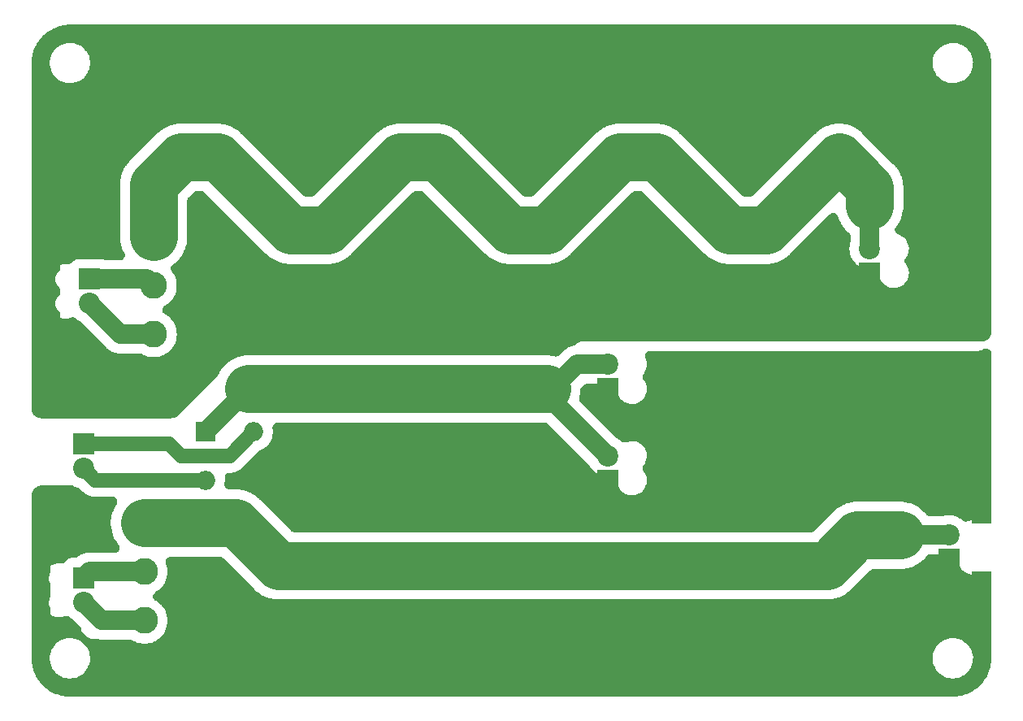
<source format=gbr>
G04 #@! TF.GenerationSoftware,KiCad,Pcbnew,(6.0.0)*
G04 #@! TF.CreationDate,2022-10-04T00:24:46+02:00*
G04 #@! TF.ProjectId,Input_filter,496e7075-745f-4666-996c-7465722e6b69,rev?*
G04 #@! TF.SameCoordinates,Original*
G04 #@! TF.FileFunction,Copper,L2,Bot*
G04 #@! TF.FilePolarity,Positive*
%FSLAX46Y46*%
G04 Gerber Fmt 4.6, Leading zero omitted, Abs format (unit mm)*
G04 Created by KiCad (PCBNEW (6.0.0)) date 2022-10-04 00:24:46*
%MOMM*%
%LPD*%
G01*
G04 APERTURE LIST*
G04 #@! TA.AperFunction,ComponentPad*
%ADD10R,2.000000X2.000000*%
G04 #@! TD*
G04 #@! TA.AperFunction,ComponentPad*
%ADD11O,2.000000X2.000000*%
G04 #@! TD*
G04 #@! TA.AperFunction,ComponentPad*
%ADD12C,2.400000*%
G04 #@! TD*
G04 #@! TA.AperFunction,ComponentPad*
%ADD13R,2.400000X2.400000*%
G04 #@! TD*
G04 #@! TA.AperFunction,ComponentPad*
%ADD14C,2.200000*%
G04 #@! TD*
G04 #@! TA.AperFunction,ComponentPad*
%ADD15R,2.200000X2.200000*%
G04 #@! TD*
G04 #@! TA.AperFunction,ComponentPad*
%ADD16R,2.800000X2.800000*%
G04 #@! TD*
G04 #@! TA.AperFunction,ComponentPad*
%ADD17C,2.800000*%
G04 #@! TD*
G04 #@! TA.AperFunction,Conductor*
%ADD18C,5.000000*%
G04 #@! TD*
G04 #@! TA.AperFunction,Conductor*
%ADD19C,2.000000*%
G04 #@! TD*
G04 #@! TA.AperFunction,Conductor*
%ADD20C,1.500000*%
G04 #@! TD*
G04 APERTURE END LIST*
D10*
X118150000Y-112435000D03*
D11*
X123150000Y-117435000D03*
X118150000Y-117435000D03*
X123150000Y-112435000D03*
D12*
X144780000Y-133865000D03*
D13*
X144780000Y-126365000D03*
D14*
X160020000Y-114935000D03*
D15*
X160020000Y-117475000D03*
D12*
X138430000Y-115450000D03*
D13*
X138430000Y-107950000D03*
X182880000Y-126365000D03*
D12*
X182880000Y-133865000D03*
X163830000Y-133865000D03*
D13*
X163830000Y-126365000D03*
X125730000Y-126365000D03*
D12*
X125730000Y-133865000D03*
D13*
X149860000Y-91440000D03*
D12*
X149860000Y-98940000D03*
D13*
X127000000Y-91440000D03*
D12*
X127000000Y-98940000D03*
X172720000Y-98940000D03*
D13*
X172720000Y-91440000D03*
X184150000Y-83820000D03*
D12*
X184150000Y-76320000D03*
D13*
X161290000Y-83820000D03*
D12*
X161290000Y-76320000D03*
X138430000Y-76320000D03*
D13*
X138430000Y-83820000D03*
X115570000Y-83820000D03*
D12*
X115570000Y-76320000D03*
D16*
X111760000Y-121920000D03*
D17*
X111760000Y-127000000D03*
X111760000Y-132080000D03*
X111760000Y-137160000D03*
D16*
X112722500Y-92087500D03*
D17*
X112722500Y-97167500D03*
X112722500Y-102247500D03*
X112722500Y-107327500D03*
D15*
X160020000Y-107950000D03*
D14*
X160020000Y-105410000D03*
X105410000Y-116205000D03*
D15*
X105410000Y-113665000D03*
D14*
X195580000Y-123190000D03*
D15*
X195580000Y-125730000D03*
X105410000Y-127635000D03*
D14*
X105410000Y-130175000D03*
D15*
X187325000Y-95885000D03*
D14*
X187325000Y-93345000D03*
D15*
X106045000Y-96520000D03*
D14*
X106045000Y-99060000D03*
D18*
X163830000Y-126365000D02*
X182880000Y-126365000D01*
X186055000Y-123190000D02*
X190500000Y-123190000D01*
X182880000Y-126365000D02*
X186055000Y-123190000D01*
D19*
X190500000Y-123190000D02*
X195580000Y-123190000D01*
D18*
X144780000Y-126365000D02*
X163830000Y-126365000D01*
X125730000Y-126365000D02*
X144780000Y-126365000D01*
X111760000Y-121920000D02*
X121285000Y-121920000D01*
X121285000Y-121920000D02*
X125730000Y-126365000D01*
D19*
X107315000Y-132080000D02*
X105410000Y-130175000D01*
X111760000Y-132080000D02*
X107315000Y-132080000D01*
X106045000Y-127000000D02*
X105410000Y-127635000D01*
X111760000Y-127000000D02*
X106045000Y-127000000D01*
X187325000Y-88900000D02*
X187325000Y-93345000D01*
D18*
X187325000Y-86995000D02*
X187325000Y-88900000D01*
X184150000Y-83820000D02*
X187325000Y-86995000D01*
D19*
X112075000Y-96520000D02*
X112722500Y-97167500D01*
X106045000Y-96520000D02*
X112075000Y-96520000D01*
X112722500Y-102247500D02*
X109232500Y-102247500D01*
X109232500Y-102247500D02*
X106045000Y-99060000D01*
D18*
X176530000Y-91440000D02*
X184150000Y-83820000D01*
X172720000Y-91440000D02*
X176530000Y-91440000D01*
X165100000Y-83820000D02*
X172720000Y-91440000D01*
X161290000Y-83820000D02*
X165100000Y-83820000D01*
X153670000Y-91440000D02*
X161290000Y-83820000D01*
X149860000Y-91440000D02*
X153670000Y-91440000D01*
X142240000Y-83820000D02*
X149860000Y-91440000D01*
X138430000Y-83820000D02*
X142240000Y-83820000D01*
X127000000Y-91440000D02*
X130810000Y-91440000D01*
X130810000Y-91440000D02*
X138430000Y-83820000D01*
X119380000Y-83820000D02*
X127000000Y-91440000D01*
X115570000Y-83820000D02*
X119380000Y-83820000D01*
X112722500Y-86667500D02*
X115570000Y-83820000D01*
X112722500Y-92087500D02*
X112722500Y-86667500D01*
D19*
X156845000Y-105410000D02*
X160020000Y-105410000D01*
X154305000Y-107950000D02*
X156845000Y-105410000D01*
X153670000Y-108585000D02*
X160020000Y-114935000D01*
D18*
X138430000Y-107950000D02*
X153670000Y-107950000D01*
X122635000Y-107950000D02*
X138430000Y-107950000D01*
D19*
X118150000Y-112435000D02*
X122635000Y-107950000D01*
D20*
X106640000Y-117435000D02*
X118150000Y-117435000D01*
X105410000Y-116205000D02*
X106640000Y-117435000D01*
X120650000Y-114935000D02*
X123150000Y-112435000D01*
X115570000Y-114935000D02*
X120650000Y-114935000D01*
X114300000Y-113665000D02*
X115570000Y-114935000D01*
X105410000Y-113665000D02*
X114300000Y-113665000D01*
G04 #@! TA.AperFunction,Conductor*
G36*
X194305642Y-71020213D02*
G01*
X194434837Y-71079214D01*
X194542176Y-71172224D01*
X194618963Y-71291708D01*
X194658978Y-71427985D01*
X194658978Y-71570015D01*
X194618963Y-71706292D01*
X194542176Y-71825776D01*
X194475693Y-71889520D01*
X194256619Y-72063779D01*
X194033648Y-72290676D01*
X193839991Y-72543055D01*
X193678534Y-72817154D01*
X193551685Y-73108886D01*
X193461335Y-73413903D01*
X193458819Y-73428936D01*
X193458818Y-73428942D01*
X193426435Y-73622461D01*
X193408831Y-73727657D01*
X193394955Y-74045471D01*
X193419914Y-74362607D01*
X193422952Y-74377539D01*
X193468359Y-74600722D01*
X193483336Y-74674338D01*
X193584276Y-74976016D01*
X193721229Y-75263143D01*
X193729417Y-75275996D01*
X193729420Y-75276001D01*
X193861696Y-75483632D01*
X193892153Y-75531440D01*
X194094500Y-75776907D01*
X194325254Y-75995884D01*
X194580975Y-76185108D01*
X194857849Y-76341756D01*
X195151751Y-76463494D01*
X195458298Y-76548507D01*
X195772921Y-76595528D01*
X195817330Y-76597467D01*
X195881371Y-76600263D01*
X195881380Y-76600263D01*
X195886804Y-76600500D01*
X196080799Y-76600500D01*
X196088396Y-76600035D01*
X196088407Y-76600035D01*
X196193676Y-76593596D01*
X196317524Y-76586021D01*
X196332521Y-76583242D01*
X196332525Y-76583241D01*
X196615315Y-76530829D01*
X196615319Y-76530828D01*
X196630313Y-76528049D01*
X196835057Y-76463494D01*
X196919166Y-76436975D01*
X196919170Y-76436973D01*
X196933707Y-76432390D01*
X197223181Y-76300469D01*
X197399179Y-76192617D01*
X197481418Y-76142221D01*
X197481422Y-76142218D01*
X197494420Y-76134253D01*
X197743381Y-75936221D01*
X197966352Y-75709324D01*
X198074873Y-75567897D01*
X198105117Y-75528482D01*
X198206735Y-75429254D01*
X198332193Y-75362674D01*
X198471327Y-75334137D01*
X198612865Y-75345954D01*
X198745340Y-75397169D01*
X198858020Y-75483632D01*
X198941777Y-75598337D01*
X198989824Y-75731994D01*
X199000000Y-75832254D01*
X199000000Y-102501000D01*
X198979787Y-102641585D01*
X198920786Y-102770780D01*
X198827776Y-102878119D01*
X198708292Y-102954906D01*
X198572015Y-102994921D01*
X198501000Y-103000000D01*
X157414214Y-103000000D01*
X157402021Y-103001201D01*
X157402019Y-103001201D01*
X157243517Y-103016812D01*
X157243513Y-103016813D01*
X157219123Y-103019215D01*
X157031530Y-103076120D01*
X157009911Y-103087676D01*
X157009910Y-103087676D01*
X156880262Y-103156974D01*
X156880259Y-103156976D01*
X156858643Y-103168530D01*
X156707107Y-103292893D01*
X156687923Y-103312077D01*
X156574222Y-103397193D01*
X156462962Y-103441565D01*
X156428534Y-103450694D01*
X156389201Y-103461122D01*
X156366354Y-103466607D01*
X156285453Y-103484025D01*
X156268905Y-103490130D01*
X156268898Y-103490132D01*
X156263145Y-103492254D01*
X156218316Y-103506432D01*
X156195347Y-103512522D01*
X156120584Y-103544180D01*
X156119160Y-103544783D01*
X156097299Y-103553438D01*
X156036223Y-103575970D01*
X156036215Y-103575974D01*
X156019663Y-103582080D01*
X156004131Y-103590461D01*
X155998743Y-103593368D01*
X155956359Y-103613721D01*
X155934472Y-103622989D01*
X155863560Y-103665681D01*
X155843194Y-103677297D01*
X155814723Y-103692659D01*
X155785868Y-103708228D01*
X155785863Y-103708231D01*
X155770340Y-103716607D01*
X155756149Y-103727088D01*
X155756139Y-103727095D01*
X155751201Y-103730742D01*
X155712115Y-103756859D01*
X155706877Y-103760012D01*
X155706874Y-103760014D01*
X155691764Y-103769111D01*
X155627604Y-103821345D01*
X155609046Y-103835740D01*
X155542460Y-103884922D01*
X155523765Y-103903326D01*
X155511474Y-103915425D01*
X155507861Y-103918832D01*
X155503413Y-103922453D01*
X155446606Y-103979260D01*
X155443826Y-103982019D01*
X155340570Y-104083666D01*
X155336361Y-104089181D01*
X155331367Y-104094499D01*
X155002914Y-104422952D01*
X154889213Y-104508068D01*
X154756138Y-104557702D01*
X154614470Y-104567835D01*
X154544200Y-104557746D01*
X154230458Y-104489625D01*
X153859572Y-104449662D01*
X153853586Y-104449500D01*
X122541761Y-104449500D01*
X122535141Y-104449853D01*
X122535131Y-104449853D01*
X122275758Y-104463673D01*
X122275752Y-104463674D01*
X122262495Y-104464380D01*
X122249388Y-104466491D01*
X122249380Y-104466492D01*
X121907326Y-104521587D01*
X121907324Y-104521587D01*
X121894208Y-104523700D01*
X121881392Y-104527194D01*
X121728874Y-104568775D01*
X121534309Y-104621819D01*
X121521933Y-104626657D01*
X121521929Y-104626658D01*
X121305805Y-104711139D01*
X121186876Y-104757628D01*
X121175092Y-104763749D01*
X121175086Y-104763752D01*
X121028202Y-104840052D01*
X120855841Y-104929587D01*
X120844778Y-104936923D01*
X120844770Y-104936928D01*
X120556030Y-105128403D01*
X120556025Y-105128407D01*
X120544953Y-105135749D01*
X120257733Y-105373780D01*
X119997434Y-105640985D01*
X119767002Y-105934337D01*
X119569049Y-106250515D01*
X119563240Y-106262452D01*
X119434632Y-106526721D01*
X119354938Y-106644287D01*
X119338789Y-106661211D01*
X115310226Y-110689774D01*
X115273955Y-110722649D01*
X115179346Y-110800293D01*
X115098016Y-110854636D01*
X115011814Y-110900712D01*
X114921436Y-110938147D01*
X114827904Y-110966519D01*
X114731968Y-110985602D01*
X114678537Y-110990865D01*
X114610182Y-110997597D01*
X114561273Y-111000000D01*
X101499000Y-111000000D01*
X101358415Y-110979787D01*
X101229220Y-110920786D01*
X101121881Y-110827776D01*
X101045094Y-110708292D01*
X101005079Y-110572015D01*
X101000000Y-110501000D01*
X101000000Y-99498242D01*
X101020213Y-99357657D01*
X101079214Y-99228462D01*
X101172224Y-99121123D01*
X101250075Y-99071091D01*
X101747925Y-99071091D01*
X101825776Y-99121123D01*
X101918786Y-99228462D01*
X101979147Y-99362373D01*
X102047017Y-99602219D01*
X102152462Y-99828348D01*
X102292706Y-100034710D01*
X102464138Y-100215994D01*
X102662349Y-100367538D01*
X102680008Y-100377007D01*
X102680010Y-100377008D01*
X102772294Y-100426490D01*
X102882239Y-100485443D01*
X103006386Y-100528190D01*
X103099198Y-100560148D01*
X103099202Y-100560149D01*
X103118152Y-100566674D01*
X103137898Y-100570085D01*
X103137903Y-100570086D01*
X103257555Y-100590753D01*
X103364017Y-100609142D01*
X103379679Y-100609853D01*
X103379686Y-100609854D01*
X103388274Y-100610244D01*
X103388295Y-100610244D01*
X103393922Y-100610500D01*
X103567691Y-100610500D01*
X103753702Y-100595534D01*
X103996006Y-100536018D01*
X104073004Y-100503334D01*
X104210309Y-100467011D01*
X104352288Y-100470842D01*
X104487436Y-100514518D01*
X104588055Y-100579850D01*
X104807472Y-100763311D01*
X104821870Y-100772343D01*
X104821873Y-100772345D01*
X105050088Y-100915503D01*
X105048716Y-100917689D01*
X105145247Y-100989382D01*
X107794027Y-103638161D01*
X107802243Y-103646572D01*
X107882699Y-103730912D01*
X107896551Y-103741832D01*
X107947685Y-103782143D01*
X107965797Y-103797127D01*
X108014961Y-103839789D01*
X108014970Y-103839796D01*
X108028292Y-103851356D01*
X108048268Y-103864254D01*
X108086510Y-103891583D01*
X108105180Y-103906301D01*
X108120438Y-103915163D01*
X108120443Y-103915167D01*
X108176717Y-103947854D01*
X108196759Y-103960136D01*
X108251459Y-103995455D01*
X108251472Y-103995462D01*
X108266290Y-104005030D01*
X108287883Y-104014984D01*
X108329611Y-104036660D01*
X108332113Y-104038114D01*
X108334895Y-104039730D01*
X108334899Y-104039732D01*
X108350154Y-104048593D01*
X108426836Y-104079652D01*
X108448399Y-104088984D01*
X108507531Y-104116244D01*
X108507540Y-104116248D01*
X108523567Y-104123636D01*
X108546353Y-104130450D01*
X108590705Y-104146026D01*
X108596377Y-104148324D01*
X108596384Y-104148326D01*
X108612732Y-104154948D01*
X108629854Y-104159201D01*
X108629860Y-104159203D01*
X108693026Y-104174893D01*
X108715710Y-104181099D01*
X108794990Y-104204809D01*
X108812440Y-104207433D01*
X108812442Y-104207433D01*
X108818512Y-104208346D01*
X108864602Y-104217513D01*
X108887677Y-104223245D01*
X108939831Y-104228589D01*
X108969970Y-104231677D01*
X108993291Y-104234623D01*
X109057692Y-104244305D01*
X109057698Y-104244305D01*
X109075142Y-104246928D01*
X109092780Y-104247067D01*
X109092784Y-104247067D01*
X109118625Y-104247270D01*
X109123589Y-104247416D01*
X109129290Y-104248000D01*
X109209622Y-104248000D01*
X109213541Y-104248015D01*
X109340801Y-104249015D01*
X109340808Y-104249015D01*
X109358433Y-104249153D01*
X109365310Y-104248229D01*
X109372602Y-104248000D01*
X111250440Y-104248000D01*
X111391025Y-104268213D01*
X111490831Y-104309722D01*
X111698396Y-104423832D01*
X111712967Y-104429601D01*
X111712969Y-104429602D01*
X111766348Y-104450736D01*
X111979238Y-104535025D01*
X112107026Y-104567835D01*
X112256607Y-104606241D01*
X112256613Y-104606242D01*
X112271802Y-104610142D01*
X112287361Y-104612108D01*
X112287363Y-104612108D01*
X112461089Y-104634055D01*
X112571473Y-104648000D01*
X112873527Y-104648000D01*
X112983911Y-104634055D01*
X113157637Y-104612108D01*
X113157639Y-104612108D01*
X113173198Y-104610142D01*
X113188387Y-104606242D01*
X113188393Y-104606241D01*
X113337974Y-104567835D01*
X113465762Y-104535025D01*
X113678652Y-104450736D01*
X113732031Y-104429602D01*
X113732033Y-104429601D01*
X113746604Y-104423832D01*
X113760345Y-104416278D01*
X113997552Y-104285872D01*
X113997560Y-104285867D01*
X114011295Y-104278316D01*
X114133479Y-104189545D01*
X114242976Y-104109991D01*
X114242977Y-104109990D01*
X114255662Y-104100774D01*
X114267084Y-104090048D01*
X114267090Y-104090043D01*
X114464424Y-103904733D01*
X114464425Y-103904731D01*
X114475849Y-103894004D01*
X114555993Y-103797127D01*
X114658391Y-103673349D01*
X114658393Y-103673346D01*
X114668385Y-103661268D01*
X114677712Y-103646572D01*
X114807812Y-103441566D01*
X114830233Y-103406236D01*
X114958841Y-103132930D01*
X115052181Y-102845660D01*
X115108780Y-102548957D01*
X115127746Y-102247500D01*
X115108780Y-101946043D01*
X115052181Y-101649340D01*
X114958841Y-101362070D01*
X114830233Y-101088764D01*
X114668385Y-100833732D01*
X114475849Y-100600996D01*
X114453065Y-100579600D01*
X114267090Y-100404957D01*
X114267084Y-100404952D01*
X114255662Y-100394226D01*
X114011295Y-100216684D01*
X113880493Y-100144775D01*
X113767038Y-100059336D01*
X113682248Y-99945392D01*
X113632994Y-99812175D01*
X113623267Y-99670479D01*
X113653855Y-99531781D01*
X113722279Y-99407319D01*
X113822996Y-99307176D01*
X113880491Y-99270226D01*
X114011295Y-99198316D01*
X114189626Y-99068752D01*
X114242976Y-99029991D01*
X114242977Y-99029990D01*
X114255662Y-99020774D01*
X114267084Y-99010048D01*
X114267090Y-99010043D01*
X114464424Y-98824733D01*
X114464425Y-98824731D01*
X114475849Y-98814004D01*
X114568982Y-98701426D01*
X114658391Y-98593349D01*
X114658393Y-98593346D01*
X114668385Y-98581268D01*
X114706950Y-98520500D01*
X114779240Y-98406588D01*
X114830233Y-98326236D01*
X114958841Y-98052930D01*
X115052181Y-97765660D01*
X115057141Y-97739662D01*
X115105841Y-97484363D01*
X115108780Y-97468957D01*
X115110936Y-97434697D01*
X115126761Y-97183156D01*
X115127746Y-97167500D01*
X115121122Y-97062219D01*
X115109765Y-96881696D01*
X115109765Y-96881693D01*
X115108780Y-96866043D01*
X115074905Y-96688462D01*
X115055122Y-96584755D01*
X115055120Y-96584748D01*
X115052181Y-96569340D01*
X114958841Y-96282070D01*
X114830233Y-96008764D01*
X114748132Y-95879394D01*
X114676787Y-95766971D01*
X114676785Y-95766968D01*
X114668385Y-95753732D01*
X114658394Y-95741655D01*
X114658386Y-95741644D01*
X114617369Y-95692063D01*
X114543332Y-95570856D01*
X114506441Y-95433701D01*
X114509687Y-95291708D01*
X114552805Y-95156380D01*
X114632302Y-95038683D01*
X114715286Y-94965482D01*
X114874634Y-94853699D01*
X114874639Y-94853695D01*
X114885500Y-94846076D01*
X114895491Y-94837345D01*
X114895496Y-94837341D01*
X115156385Y-94609351D01*
X115156392Y-94609345D01*
X115166390Y-94600607D01*
X115419606Y-94326680D01*
X115642279Y-94027396D01*
X115666942Y-93985611D01*
X115825139Y-93717579D01*
X115831888Y-93706145D01*
X115876113Y-93608878D01*
X115980783Y-93378668D01*
X115980785Y-93378662D01*
X115986286Y-93366564D01*
X115995123Y-93339923D01*
X116049703Y-93175368D01*
X116103725Y-93012499D01*
X116143721Y-92828292D01*
X116180056Y-92660943D01*
X116180057Y-92660937D01*
X116182875Y-92647958D01*
X116222838Y-92277072D01*
X116223000Y-92271086D01*
X116223000Y-88324146D01*
X116243213Y-88183561D01*
X116302214Y-88054366D01*
X116369154Y-87971300D01*
X116873800Y-87466654D01*
X116987501Y-87381538D01*
X117120576Y-87331904D01*
X117226646Y-87320500D01*
X117723354Y-87320500D01*
X117863939Y-87340713D01*
X117993134Y-87399714D01*
X118076200Y-87466654D01*
X124429695Y-93820150D01*
X124452589Y-93844636D01*
X124486893Y-93883890D01*
X124566237Y-93957235D01*
X124580361Y-93970816D01*
X124590702Y-93981157D01*
X124595650Y-93985605D01*
X124595657Y-93985611D01*
X124639241Y-94024785D01*
X124644276Y-94029373D01*
X124760820Y-94137106D01*
X124771476Y-94145034D01*
X124780034Y-94152139D01*
X124788802Y-94159214D01*
X124798695Y-94168106D01*
X124927314Y-94261040D01*
X124932796Y-94265059D01*
X124957122Y-94283158D01*
X125049449Y-94351852D01*
X125049456Y-94351857D01*
X125060104Y-94359779D01*
X125071537Y-94366527D01*
X125080890Y-94372741D01*
X125090298Y-94378804D01*
X125101059Y-94386579D01*
X125230242Y-94460413D01*
X125238780Y-94465293D01*
X125244798Y-94468789D01*
X125381355Y-94549388D01*
X125393452Y-94554888D01*
X125403446Y-94560091D01*
X125413396Y-94565095D01*
X125424926Y-94571685D01*
X125549521Y-94626248D01*
X125570182Y-94635296D01*
X125576532Y-94638129D01*
X125720936Y-94703786D01*
X125733541Y-94707967D01*
X125743919Y-94712034D01*
X125754458Y-94715995D01*
X125766630Y-94721326D01*
X125884156Y-94758495D01*
X125917823Y-94769142D01*
X125924452Y-94771290D01*
X126015686Y-94801551D01*
X126075001Y-94821225D01*
X126087985Y-94824044D01*
X126098692Y-94826973D01*
X126109622Y-94829800D01*
X126122301Y-94833810D01*
X126135330Y-94836449D01*
X126135334Y-94836450D01*
X126182860Y-94846076D01*
X126277768Y-94865299D01*
X126284470Y-94866706D01*
X126439542Y-94900375D01*
X126452760Y-94901799D01*
X126463775Y-94903583D01*
X126474885Y-94905224D01*
X126487910Y-94907862D01*
X126501140Y-94909101D01*
X126645814Y-94922650D01*
X126652741Y-94923348D01*
X126800454Y-94939264D01*
X126800471Y-94939265D01*
X126810428Y-94940338D01*
X126816414Y-94940500D01*
X126819447Y-94940500D01*
X126832804Y-94941207D01*
X126832817Y-94940872D01*
X126846089Y-94941405D01*
X126859319Y-94942644D01*
X127019810Y-94940543D01*
X127026341Y-94940500D01*
X130675541Y-94940500D01*
X130709045Y-94941626D01*
X130747808Y-94944235D01*
X130747817Y-94944235D01*
X130761056Y-94945126D01*
X130774319Y-94944605D01*
X130774327Y-94944605D01*
X130868999Y-94940885D01*
X130888589Y-94940500D01*
X130903239Y-94940500D01*
X130968419Y-94937027D01*
X130975366Y-94936705D01*
X131003148Y-94935614D01*
X131120523Y-94931003D01*
X131120528Y-94931003D01*
X131133803Y-94930481D01*
X131146955Y-94928551D01*
X131158185Y-94927509D01*
X131169247Y-94926327D01*
X131182505Y-94925620D01*
X131339179Y-94900385D01*
X131345938Y-94899345D01*
X131489729Y-94878240D01*
X131489737Y-94878238D01*
X131502882Y-94876309D01*
X131515751Y-94872993D01*
X131526781Y-94870769D01*
X131537684Y-94868412D01*
X131550792Y-94866300D01*
X131563608Y-94862806D01*
X131703793Y-94824588D01*
X131710525Y-94822803D01*
X131851233Y-94786544D01*
X131851246Y-94786540D01*
X131864114Y-94783224D01*
X131876570Y-94778554D01*
X131887343Y-94775157D01*
X131897871Y-94771676D01*
X131910691Y-94768181D01*
X131923049Y-94763350D01*
X131923062Y-94763346D01*
X132058486Y-94710409D01*
X132064996Y-94707917D01*
X132200975Y-94656942D01*
X132200982Y-94656939D01*
X132213410Y-94652280D01*
X132225276Y-94646325D01*
X132235486Y-94641864D01*
X132245741Y-94637212D01*
X132258124Y-94632372D01*
X132398949Y-94559219D01*
X132404999Y-94556131D01*
X132546814Y-94484960D01*
X132557992Y-94477770D01*
X132567685Y-94472241D01*
X132577364Y-94466540D01*
X132589159Y-94460413D01*
X132633912Y-94430736D01*
X132721297Y-94372787D01*
X132727132Y-94368976D01*
X132849371Y-94290350D01*
X132849381Y-94290343D01*
X132860551Y-94283158D01*
X132870893Y-94274828D01*
X132879983Y-94268272D01*
X132888978Y-94261591D01*
X132900047Y-94254251D01*
X133022175Y-94153039D01*
X133027569Y-94148631D01*
X133143264Y-94055443D01*
X133151065Y-94049160D01*
X133155412Y-94045042D01*
X133157527Y-94042927D01*
X133167514Y-94033974D01*
X133167271Y-94033710D01*
X133177037Y-94024698D01*
X133187267Y-94016220D01*
X133299324Y-93901190D01*
X133303913Y-93896541D01*
X139733801Y-87466654D01*
X139847502Y-87381538D01*
X139980577Y-87331904D01*
X140086647Y-87320500D01*
X140583354Y-87320500D01*
X140723939Y-87340713D01*
X140853134Y-87399714D01*
X140936200Y-87466654D01*
X147289695Y-93820150D01*
X147312589Y-93844636D01*
X147346893Y-93883890D01*
X147426237Y-93957235D01*
X147440361Y-93970816D01*
X147450702Y-93981157D01*
X147455650Y-93985605D01*
X147455657Y-93985611D01*
X147499241Y-94024785D01*
X147504276Y-94029373D01*
X147620820Y-94137106D01*
X147631476Y-94145034D01*
X147640034Y-94152139D01*
X147648802Y-94159214D01*
X147658695Y-94168106D01*
X147787314Y-94261040D01*
X147792796Y-94265059D01*
X147817122Y-94283158D01*
X147909449Y-94351852D01*
X147909456Y-94351857D01*
X147920104Y-94359779D01*
X147931537Y-94366527D01*
X147940890Y-94372741D01*
X147950298Y-94378804D01*
X147961059Y-94386579D01*
X148090242Y-94460413D01*
X148098780Y-94465293D01*
X148104798Y-94468789D01*
X148241355Y-94549388D01*
X148253452Y-94554888D01*
X148263446Y-94560091D01*
X148273396Y-94565095D01*
X148284926Y-94571685D01*
X148409521Y-94626248D01*
X148430182Y-94635296D01*
X148436532Y-94638129D01*
X148580936Y-94703786D01*
X148593541Y-94707967D01*
X148603919Y-94712034D01*
X148614458Y-94715995D01*
X148626630Y-94721326D01*
X148744156Y-94758495D01*
X148777823Y-94769142D01*
X148784452Y-94771290D01*
X148875686Y-94801551D01*
X148935001Y-94821225D01*
X148947985Y-94824044D01*
X148958692Y-94826973D01*
X148969622Y-94829800D01*
X148982301Y-94833810D01*
X148995330Y-94836449D01*
X148995334Y-94836450D01*
X149042860Y-94846076D01*
X149137768Y-94865299D01*
X149144470Y-94866706D01*
X149299542Y-94900375D01*
X149312760Y-94901799D01*
X149323775Y-94903583D01*
X149334885Y-94905224D01*
X149347910Y-94907862D01*
X149361140Y-94909101D01*
X149505814Y-94922650D01*
X149512741Y-94923348D01*
X149660454Y-94939264D01*
X149660471Y-94939265D01*
X149670428Y-94940338D01*
X149676414Y-94940500D01*
X149679447Y-94940500D01*
X149692804Y-94941207D01*
X149692817Y-94940872D01*
X149706089Y-94941405D01*
X149719319Y-94942644D01*
X149879810Y-94940543D01*
X149886341Y-94940500D01*
X153535541Y-94940500D01*
X153569045Y-94941626D01*
X153607808Y-94944235D01*
X153607817Y-94944235D01*
X153621056Y-94945126D01*
X153634319Y-94944605D01*
X153634327Y-94944605D01*
X153728999Y-94940885D01*
X153748589Y-94940500D01*
X153763239Y-94940500D01*
X153828419Y-94937027D01*
X153835366Y-94936705D01*
X153863148Y-94935614D01*
X153980523Y-94931003D01*
X153980528Y-94931003D01*
X153993803Y-94930481D01*
X154006955Y-94928551D01*
X154018185Y-94927509D01*
X154029247Y-94926327D01*
X154042505Y-94925620D01*
X154199179Y-94900385D01*
X154205938Y-94899345D01*
X154349729Y-94878240D01*
X154349737Y-94878238D01*
X154362882Y-94876309D01*
X154375751Y-94872993D01*
X154386781Y-94870769D01*
X154397684Y-94868412D01*
X154410792Y-94866300D01*
X154423608Y-94862806D01*
X154563793Y-94824588D01*
X154570525Y-94822803D01*
X154711233Y-94786544D01*
X154711246Y-94786540D01*
X154724114Y-94783224D01*
X154736570Y-94778554D01*
X154747343Y-94775157D01*
X154757871Y-94771676D01*
X154770691Y-94768181D01*
X154783049Y-94763350D01*
X154783062Y-94763346D01*
X154918486Y-94710409D01*
X154924996Y-94707917D01*
X155060975Y-94656942D01*
X155060982Y-94656939D01*
X155073410Y-94652280D01*
X155085276Y-94646325D01*
X155095486Y-94641864D01*
X155105741Y-94637212D01*
X155118124Y-94632372D01*
X155258949Y-94559219D01*
X155264999Y-94556131D01*
X155406814Y-94484960D01*
X155417992Y-94477770D01*
X155427685Y-94472241D01*
X155437364Y-94466540D01*
X155449159Y-94460413D01*
X155493912Y-94430736D01*
X155581297Y-94372787D01*
X155587132Y-94368976D01*
X155709371Y-94290350D01*
X155709381Y-94290343D01*
X155720551Y-94283158D01*
X155730893Y-94274828D01*
X155739983Y-94268272D01*
X155748978Y-94261591D01*
X155760047Y-94254251D01*
X155882175Y-94153039D01*
X155887569Y-94148631D01*
X156003264Y-94055443D01*
X156011065Y-94049160D01*
X156015412Y-94045042D01*
X156017527Y-94042927D01*
X156027514Y-94033974D01*
X156027271Y-94033710D01*
X156037037Y-94024698D01*
X156047267Y-94016220D01*
X156159324Y-93901190D01*
X156163913Y-93896541D01*
X162593801Y-87466654D01*
X162707502Y-87381538D01*
X162840577Y-87331904D01*
X162946647Y-87320500D01*
X163443354Y-87320500D01*
X163583939Y-87340713D01*
X163713134Y-87399714D01*
X163796200Y-87466654D01*
X170149695Y-93820150D01*
X170172589Y-93844636D01*
X170206893Y-93883890D01*
X170286237Y-93957235D01*
X170300361Y-93970816D01*
X170310702Y-93981157D01*
X170315650Y-93985605D01*
X170315657Y-93985611D01*
X170359241Y-94024785D01*
X170364276Y-94029373D01*
X170480820Y-94137106D01*
X170491476Y-94145034D01*
X170500034Y-94152139D01*
X170508802Y-94159214D01*
X170518695Y-94168106D01*
X170647314Y-94261040D01*
X170652796Y-94265059D01*
X170677122Y-94283158D01*
X170769449Y-94351852D01*
X170769456Y-94351857D01*
X170780104Y-94359779D01*
X170791537Y-94366527D01*
X170800890Y-94372741D01*
X170810298Y-94378804D01*
X170821059Y-94386579D01*
X170950242Y-94460413D01*
X170958780Y-94465293D01*
X170964798Y-94468789D01*
X171101355Y-94549388D01*
X171113452Y-94554888D01*
X171123446Y-94560091D01*
X171133396Y-94565095D01*
X171144926Y-94571685D01*
X171269521Y-94626248D01*
X171290182Y-94635296D01*
X171296532Y-94638129D01*
X171440936Y-94703786D01*
X171453541Y-94707967D01*
X171463919Y-94712034D01*
X171474458Y-94715995D01*
X171486630Y-94721326D01*
X171604156Y-94758495D01*
X171637823Y-94769142D01*
X171644452Y-94771290D01*
X171735686Y-94801551D01*
X171795001Y-94821225D01*
X171807985Y-94824044D01*
X171818692Y-94826973D01*
X171829622Y-94829800D01*
X171842301Y-94833810D01*
X171855330Y-94836449D01*
X171855334Y-94836450D01*
X171902860Y-94846076D01*
X171997768Y-94865299D01*
X172004470Y-94866706D01*
X172159542Y-94900375D01*
X172172760Y-94901799D01*
X172183775Y-94903583D01*
X172194885Y-94905224D01*
X172207910Y-94907862D01*
X172221140Y-94909101D01*
X172365814Y-94922650D01*
X172372741Y-94923348D01*
X172520454Y-94939264D01*
X172520471Y-94939265D01*
X172530428Y-94940338D01*
X172536414Y-94940500D01*
X172539447Y-94940500D01*
X172552804Y-94941207D01*
X172552817Y-94940872D01*
X172566089Y-94941405D01*
X172579319Y-94942644D01*
X172739810Y-94940543D01*
X172746341Y-94940500D01*
X176395541Y-94940500D01*
X176429045Y-94941626D01*
X176467808Y-94944235D01*
X176467817Y-94944235D01*
X176481056Y-94945126D01*
X176494319Y-94944605D01*
X176494327Y-94944605D01*
X176588999Y-94940885D01*
X176608589Y-94940500D01*
X176623239Y-94940500D01*
X176688419Y-94937027D01*
X176695366Y-94936705D01*
X176723148Y-94935614D01*
X176840523Y-94931003D01*
X176840528Y-94931003D01*
X176853803Y-94930481D01*
X176866955Y-94928551D01*
X176878185Y-94927509D01*
X176889247Y-94926327D01*
X176902505Y-94925620D01*
X177059179Y-94900385D01*
X177065938Y-94899345D01*
X177209729Y-94878240D01*
X177209737Y-94878238D01*
X177222882Y-94876309D01*
X177235751Y-94872993D01*
X177246781Y-94870769D01*
X177257684Y-94868412D01*
X177270792Y-94866300D01*
X177283608Y-94862806D01*
X177423793Y-94824588D01*
X177430525Y-94822803D01*
X177571233Y-94786544D01*
X177571246Y-94786540D01*
X177584114Y-94783224D01*
X177596570Y-94778554D01*
X177607343Y-94775157D01*
X177617871Y-94771676D01*
X177630691Y-94768181D01*
X177643049Y-94763350D01*
X177643062Y-94763346D01*
X177778486Y-94710409D01*
X177784996Y-94707917D01*
X177920975Y-94656942D01*
X177920982Y-94656939D01*
X177933410Y-94652280D01*
X177945276Y-94646325D01*
X177955486Y-94641864D01*
X177965741Y-94637212D01*
X177978124Y-94632372D01*
X178118949Y-94559219D01*
X178124999Y-94556131D01*
X178266814Y-94484960D01*
X178277992Y-94477770D01*
X178287685Y-94472241D01*
X178297364Y-94466540D01*
X178309159Y-94460413D01*
X178353912Y-94430736D01*
X178441297Y-94372787D01*
X178447132Y-94368976D01*
X178569371Y-94290350D01*
X178569381Y-94290343D01*
X178580551Y-94283158D01*
X178590893Y-94274828D01*
X178599983Y-94268272D01*
X178608978Y-94261591D01*
X178620047Y-94254251D01*
X178742175Y-94153039D01*
X178747569Y-94148631D01*
X178863264Y-94055443D01*
X178871065Y-94049160D01*
X178875412Y-94045042D01*
X178877527Y-94042927D01*
X178887514Y-94033974D01*
X178887271Y-94033710D01*
X178897037Y-94024698D01*
X178907267Y-94016220D01*
X179019324Y-93901190D01*
X179023912Y-93896542D01*
X183158008Y-89762446D01*
X183271706Y-89677333D01*
X183404781Y-89627699D01*
X183546449Y-89617566D01*
X183685234Y-89647757D01*
X183809891Y-89715825D01*
X183910321Y-89816255D01*
X183978389Y-89940912D01*
X183992278Y-89984036D01*
X183993321Y-89987863D01*
X183993325Y-89987875D01*
X183996819Y-90000691D01*
X184132628Y-90348124D01*
X184304587Y-90679159D01*
X184311923Y-90690222D01*
X184311928Y-90690230D01*
X184503403Y-90978970D01*
X184510749Y-90990047D01*
X184748780Y-91277267D01*
X185015985Y-91537566D01*
X185133749Y-91630071D01*
X185231813Y-91732804D01*
X185296965Y-91859009D01*
X185323922Y-91998458D01*
X185324500Y-92022478D01*
X185324500Y-92617383D01*
X185305404Y-92751560D01*
X185303190Y-92757610D01*
X185268891Y-92914919D01*
X185250447Y-92999513D01*
X185242178Y-93037436D01*
X185219707Y-93322953D01*
X185236194Y-93608878D01*
X185291332Y-93889920D01*
X185296834Y-93905989D01*
X185296835Y-93905994D01*
X185340653Y-94033974D01*
X185384102Y-94160878D01*
X185391738Y-94176060D01*
X185391739Y-94176063D01*
X185500934Y-94393172D01*
X185512787Y-94416740D01*
X185522405Y-94430734D01*
X185522406Y-94430736D01*
X185619278Y-94571685D01*
X185675006Y-94652770D01*
X185867756Y-94864600D01*
X185880797Y-94875504D01*
X186074429Y-95037406D01*
X186074435Y-95037410D01*
X186087472Y-95048311D01*
X186330088Y-95200503D01*
X186591114Y-95318361D01*
X186607399Y-95323185D01*
X186607402Y-95323186D01*
X186673554Y-95342781D01*
X186865719Y-95399703D01*
X186882514Y-95402273D01*
X187087898Y-95433701D01*
X187148824Y-95443024D01*
X187435189Y-95447523D01*
X187452044Y-95445483D01*
X187452049Y-95445483D01*
X187577351Y-95430319D01*
X187719514Y-95413115D01*
X187724648Y-95411768D01*
X187860957Y-95405536D01*
X187998920Y-95439285D01*
X188121786Y-95510535D01*
X188219601Y-95613514D01*
X188284442Y-95739880D01*
X188311054Y-95879394D01*
X188311059Y-95911985D01*
X188311313Y-95919264D01*
X188310404Y-95939288D01*
X188339081Y-96187140D01*
X188344536Y-96206416D01*
X188399922Y-96402145D01*
X188407017Y-96427219D01*
X188512462Y-96653348D01*
X188523727Y-96669923D01*
X188523727Y-96669924D01*
X188627332Y-96822373D01*
X188652706Y-96859710D01*
X188824138Y-97040994D01*
X188840053Y-97053162D01*
X188989601Y-97167500D01*
X189022349Y-97192538D01*
X189242239Y-97310443D01*
X189366380Y-97353188D01*
X189459198Y-97385148D01*
X189459202Y-97385149D01*
X189478152Y-97391674D01*
X189497898Y-97395085D01*
X189497903Y-97395086D01*
X189617555Y-97415753D01*
X189724017Y-97434142D01*
X189739679Y-97434853D01*
X189739686Y-97434854D01*
X189748274Y-97435244D01*
X189748295Y-97435244D01*
X189753922Y-97435500D01*
X189927691Y-97435500D01*
X190113702Y-97420534D01*
X190356006Y-97361018D01*
X190585677Y-97263529D01*
X190796808Y-97130573D01*
X190811834Y-97117326D01*
X190968935Y-96978823D01*
X190968937Y-96978821D01*
X190983965Y-96965572D01*
X191142334Y-96772770D01*
X191191402Y-96688462D01*
X191257758Y-96574451D01*
X191257759Y-96574449D01*
X191267840Y-96557128D01*
X191275022Y-96538418D01*
X191275025Y-96538412D01*
X191350071Y-96342911D01*
X191350072Y-96342906D01*
X191357255Y-96324195D01*
X191385887Y-96187140D01*
X191404179Y-96099584D01*
X191404180Y-96099579D01*
X191408278Y-96079961D01*
X191415906Y-95911985D01*
X191418687Y-95850735D01*
X191418687Y-95850732D01*
X191419596Y-95830712D01*
X191390919Y-95582860D01*
X191339818Y-95402273D01*
X191328439Y-95362061D01*
X191328438Y-95362058D01*
X191322983Y-95342781D01*
X191256638Y-95200503D01*
X191226009Y-95134818D01*
X191226008Y-95134817D01*
X191217538Y-95116652D01*
X191196939Y-95086342D01*
X191088558Y-94926864D01*
X191088556Y-94926862D01*
X191077294Y-94910290D01*
X191078084Y-94909753D01*
X191014904Y-94802996D01*
X190979933Y-94665338D01*
X190985162Y-94523404D01*
X191030167Y-94388693D01*
X191090536Y-94295830D01*
X191142334Y-94232770D01*
X191193536Y-94144796D01*
X191257758Y-94034451D01*
X191257759Y-94034449D01*
X191267840Y-94017128D01*
X191275022Y-93998418D01*
X191275025Y-93998412D01*
X191350071Y-93802911D01*
X191350072Y-93802906D01*
X191357255Y-93784195D01*
X191371172Y-93717579D01*
X191404179Y-93559584D01*
X191404180Y-93559579D01*
X191408278Y-93539961D01*
X191416725Y-93353945D01*
X191418687Y-93310735D01*
X191418687Y-93310732D01*
X191419596Y-93290712D01*
X191390919Y-93042860D01*
X191322983Y-92802781D01*
X191217538Y-92576652D01*
X191206273Y-92560076D01*
X191088560Y-92386867D01*
X191088558Y-92386865D01*
X191077294Y-92370290D01*
X190905862Y-92189006D01*
X190707651Y-92037462D01*
X190634910Y-91998458D01*
X190505422Y-91929027D01*
X190487761Y-91919557D01*
X190468816Y-91913034D01*
X190468812Y-91913032D01*
X190300108Y-91854943D01*
X190173763Y-91790061D01*
X190070816Y-91692213D01*
X189999605Y-91569324D01*
X189965901Y-91431350D01*
X189972434Y-91289470D01*
X190018675Y-91155178D01*
X190062213Y-91085274D01*
X190244779Y-90839896D01*
X190434388Y-90518645D01*
X190511919Y-90348124D01*
X190583283Y-90191168D01*
X190583285Y-90191162D01*
X190588786Y-90179064D01*
X190706225Y-89824999D01*
X190729930Y-89715825D01*
X190782556Y-89473443D01*
X190782557Y-89473437D01*
X190785375Y-89460458D01*
X190825338Y-89089572D01*
X190825500Y-89083586D01*
X190825500Y-87129459D01*
X190826626Y-87095955D01*
X190829235Y-87057192D01*
X190829235Y-87057183D01*
X190830126Y-87043944D01*
X190825885Y-86936001D01*
X190825500Y-86916411D01*
X190825500Y-86901761D01*
X190822027Y-86836581D01*
X190821705Y-86829625D01*
X190816003Y-86684477D01*
X190816003Y-86684472D01*
X190815481Y-86671197D01*
X190813551Y-86658045D01*
X190812509Y-86646815D01*
X190811327Y-86635753D01*
X190810620Y-86622495D01*
X190785385Y-86465821D01*
X190784345Y-86459062D01*
X190763240Y-86315271D01*
X190763238Y-86315263D01*
X190761309Y-86302118D01*
X190757993Y-86289249D01*
X190755775Y-86278249D01*
X190753413Y-86267325D01*
X190751300Y-86254208D01*
X190709561Y-86101108D01*
X190707797Y-86094454D01*
X190671538Y-85953745D01*
X190671537Y-85953743D01*
X190668224Y-85940885D01*
X190663562Y-85928447D01*
X190660173Y-85917700D01*
X190656674Y-85907121D01*
X190653181Y-85894309D01*
X190595431Y-85746571D01*
X190592939Y-85740062D01*
X190541944Y-85604032D01*
X190537280Y-85591590D01*
X190531318Y-85579711D01*
X190526844Y-85569470D01*
X190522212Y-85559259D01*
X190517372Y-85546876D01*
X190444219Y-85406051D01*
X190441131Y-85400001D01*
X190369960Y-85258186D01*
X190362770Y-85247008D01*
X190357241Y-85237315D01*
X190351540Y-85227636D01*
X190345413Y-85215841D01*
X190257784Y-85083699D01*
X190253976Y-85077868D01*
X190175350Y-84955629D01*
X190175343Y-84955619D01*
X190168158Y-84944449D01*
X190159828Y-84934107D01*
X190153272Y-84925017D01*
X190146591Y-84916022D01*
X190139251Y-84904953D01*
X190038039Y-84782825D01*
X190033631Y-84777431D01*
X189940443Y-84661736D01*
X189934160Y-84653935D01*
X189930042Y-84649588D01*
X189927927Y-84647473D01*
X189918974Y-84637486D01*
X189918710Y-84637729D01*
X189909698Y-84627963D01*
X189901220Y-84617733D01*
X189786189Y-84505675D01*
X189781541Y-84501087D01*
X186663569Y-81383115D01*
X186654154Y-81373442D01*
X186572144Y-81286870D01*
X186572131Y-81286858D01*
X186563005Y-81277224D01*
X186460910Y-81190180D01*
X186451103Y-81181595D01*
X186361190Y-81100779D01*
X186351305Y-81091894D01*
X186330319Y-81076731D01*
X186298831Y-81051997D01*
X186279136Y-81035205D01*
X186215520Y-80991728D01*
X186168382Y-80959512D01*
X186157696Y-80952002D01*
X186119134Y-80924139D01*
X186048941Y-80873421D01*
X186037418Y-80866835D01*
X186037410Y-80866830D01*
X186026464Y-80860574D01*
X185992522Y-80839323D01*
X185982132Y-80832222D01*
X185982122Y-80832216D01*
X185971157Y-80824722D01*
X185852980Y-80761223D01*
X185841577Y-80754902D01*
X185775907Y-80717369D01*
X185725073Y-80688315D01*
X185712902Y-80682985D01*
X185712896Y-80682982D01*
X185701359Y-80677930D01*
X185665344Y-80660403D01*
X185642555Y-80648158D01*
X185566749Y-80617299D01*
X185518315Y-80597583D01*
X185506279Y-80592499D01*
X185395550Y-80544008D01*
X185395551Y-80544008D01*
X185383370Y-80538674D01*
X185370706Y-80534669D01*
X185370685Y-80534661D01*
X185358688Y-80530867D01*
X185321037Y-80517275D01*
X185309371Y-80512526D01*
X185309352Y-80512519D01*
X185297051Y-80507512D01*
X185168105Y-80470416D01*
X185155597Y-80466639D01*
X185040370Y-80430197D01*
X185040364Y-80430196D01*
X185027699Y-80426190D01*
X185010850Y-80422777D01*
X185002319Y-80421049D01*
X184963439Y-80411536D01*
X184938558Y-80404378D01*
X184852183Y-80389225D01*
X184806422Y-80381197D01*
X184793588Y-80378772D01*
X184712977Y-80362445D01*
X184662090Y-80352138D01*
X184643660Y-80350412D01*
X184636338Y-80349726D01*
X184596640Y-80344394D01*
X184584211Y-80342213D01*
X184584198Y-80342211D01*
X184571136Y-80339920D01*
X184469434Y-80333076D01*
X184437248Y-80330910D01*
X184424227Y-80329862D01*
X184303913Y-80318595D01*
X184303910Y-80318595D01*
X184290681Y-80317356D01*
X184264798Y-80317695D01*
X184224778Y-80316612D01*
X184213223Y-80315835D01*
X184212186Y-80315765D01*
X184212185Y-80315765D01*
X184198944Y-80314874D01*
X184185680Y-80315395D01*
X184185672Y-80315395D01*
X184064894Y-80320140D01*
X184051840Y-80320482D01*
X183932571Y-80322044D01*
X183917679Y-80322239D01*
X183891961Y-80325328D01*
X183852057Y-80328503D01*
X183826197Y-80329519D01*
X183701260Y-80347857D01*
X183693473Y-80349000D01*
X183680524Y-80350728D01*
X183547308Y-80366730D01*
X183522072Y-80372533D01*
X183482732Y-80379931D01*
X183457118Y-80383691D01*
X183444249Y-80387007D01*
X183444245Y-80387008D01*
X183385749Y-80402082D01*
X183327200Y-80417169D01*
X183314517Y-80420261D01*
X183196721Y-80447348D01*
X183196716Y-80447350D01*
X183183763Y-80450328D01*
X183171202Y-80454665D01*
X183171196Y-80454667D01*
X183159299Y-80458775D01*
X183120941Y-80470319D01*
X183095885Y-80476776D01*
X182970241Y-80523877D01*
X182957991Y-80528287D01*
X182843722Y-80567744D01*
X182843712Y-80567748D01*
X182831158Y-80572083D01*
X182807731Y-80583082D01*
X182770819Y-80598636D01*
X182759034Y-80603054D01*
X182759024Y-80603058D01*
X182746589Y-80607720D01*
X182734722Y-80613676D01*
X182734714Y-80613679D01*
X182626683Y-80667895D01*
X182614953Y-80673591D01*
X182493489Y-80730619D01*
X182471358Y-80744048D01*
X182436324Y-80763428D01*
X182413186Y-80775040D01*
X182345720Y-80818436D01*
X182300365Y-80847609D01*
X182289289Y-80854530D01*
X182234515Y-80887768D01*
X182174577Y-80924139D01*
X182164021Y-80932195D01*
X182164018Y-80932197D01*
X182153997Y-80939845D01*
X182121218Y-80962839D01*
X182110620Y-80969656D01*
X182110615Y-80969660D01*
X182099449Y-80976842D01*
X182063560Y-81005749D01*
X181994973Y-81060993D01*
X181984696Y-81069052D01*
X181878037Y-81150452D01*
X181868398Y-81159583D01*
X181859251Y-81168248D01*
X181829095Y-81194601D01*
X181816740Y-81204552D01*
X181816721Y-81204569D01*
X181808935Y-81210840D01*
X181804587Y-81214958D01*
X181713096Y-81306449D01*
X181703423Y-81315864D01*
X181616869Y-81397857D01*
X181616858Y-81397869D01*
X181607224Y-81406995D01*
X181598617Y-81417091D01*
X181598611Y-81417097D01*
X181589283Y-81428039D01*
X181562399Y-81457147D01*
X175226200Y-87793346D01*
X175112499Y-87878462D01*
X174979424Y-87928096D01*
X174873354Y-87939500D01*
X174376647Y-87939500D01*
X174236062Y-87919287D01*
X174106867Y-87860286D01*
X174023801Y-87793346D01*
X167670312Y-81439858D01*
X167647417Y-81415371D01*
X167640097Y-81406995D01*
X167613107Y-81376110D01*
X167533750Y-81302753D01*
X167519626Y-81289172D01*
X167509297Y-81278843D01*
X167460785Y-81235239D01*
X167455724Y-81230626D01*
X167339180Y-81122894D01*
X167328524Y-81114966D01*
X167319966Y-81107861D01*
X167311198Y-81100786D01*
X167301305Y-81091894D01*
X167172686Y-80998960D01*
X167167181Y-80994924D01*
X167162886Y-80991728D01*
X167093153Y-80939845D01*
X167050551Y-80908148D01*
X167050544Y-80908143D01*
X167039896Y-80900221D01*
X167028463Y-80893473D01*
X167019110Y-80887259D01*
X167009702Y-80881196D01*
X166998941Y-80873421D01*
X166861249Y-80794723D01*
X166855263Y-80791246D01*
X166730095Y-80717369D01*
X166730080Y-80717361D01*
X166718645Y-80710612D01*
X166706549Y-80705112D01*
X166696519Y-80699891D01*
X166686596Y-80694901D01*
X166675073Y-80688315D01*
X166529817Y-80624704D01*
X166523536Y-80621902D01*
X166379064Y-80556214D01*
X166366448Y-80552029D01*
X166356022Y-80547943D01*
X166345537Y-80544002D01*
X166333370Y-80538674D01*
X166320713Y-80534671D01*
X166320710Y-80534670D01*
X166182177Y-80490858D01*
X166175548Y-80488710D01*
X166037613Y-80442959D01*
X166037614Y-80442959D01*
X166024999Y-80438775D01*
X166012015Y-80435956D01*
X166001308Y-80433027D01*
X165990378Y-80430200D01*
X165977699Y-80426190D01*
X165964670Y-80423551D01*
X165964666Y-80423550D01*
X165858674Y-80402082D01*
X165822232Y-80394701D01*
X165815530Y-80393294D01*
X165660458Y-80359625D01*
X165647240Y-80358201D01*
X165636225Y-80356417D01*
X165625115Y-80354776D01*
X165612090Y-80352138D01*
X165588705Y-80349948D01*
X165454186Y-80337350D01*
X165447259Y-80336652D01*
X165299546Y-80320736D01*
X165299529Y-80320735D01*
X165289572Y-80319662D01*
X165283586Y-80319500D01*
X165280553Y-80319500D01*
X165267196Y-80318793D01*
X165267183Y-80319128D01*
X165253911Y-80318595D01*
X165240681Y-80317356D01*
X165080190Y-80319457D01*
X165073658Y-80319500D01*
X161424459Y-80319500D01*
X161390955Y-80318374D01*
X161352192Y-80315765D01*
X161352183Y-80315765D01*
X161338944Y-80314874D01*
X161325681Y-80315395D01*
X161325673Y-80315395D01*
X161231001Y-80319115D01*
X161211411Y-80319500D01*
X161196761Y-80319500D01*
X161131581Y-80322973D01*
X161124634Y-80323295D01*
X161111184Y-80323823D01*
X160979477Y-80328997D01*
X160979472Y-80328997D01*
X160966197Y-80329519D01*
X160953045Y-80331449D01*
X160941815Y-80332491D01*
X160930753Y-80333673D01*
X160917495Y-80334380D01*
X160760821Y-80359615D01*
X160754062Y-80360655D01*
X160610271Y-80381760D01*
X160610263Y-80381762D01*
X160597118Y-80383691D01*
X160584249Y-80387007D01*
X160573249Y-80389225D01*
X160562325Y-80391587D01*
X160549208Y-80393700D01*
X160396108Y-80435439D01*
X160389468Y-80437199D01*
X160235885Y-80476776D01*
X160223432Y-80481445D01*
X160212673Y-80484837D01*
X160202125Y-80488325D01*
X160189309Y-80491819D01*
X160176938Y-80496655D01*
X160176928Y-80496658D01*
X160041552Y-80549575D01*
X160035048Y-80552065D01*
X159899029Y-80603056D01*
X159899022Y-80603059D01*
X159886589Y-80607720D01*
X159874726Y-80613673D01*
X159864461Y-80618158D01*
X159854234Y-80622797D01*
X159841876Y-80627628D01*
X159830100Y-80633745D01*
X159830085Y-80633752D01*
X159701167Y-80700720D01*
X159694962Y-80703889D01*
X159565057Y-80769082D01*
X159565050Y-80769086D01*
X159553186Y-80775040D01*
X159542016Y-80782225D01*
X159532332Y-80787749D01*
X159522636Y-80793460D01*
X159510841Y-80799587D01*
X159499763Y-80806933D01*
X159499760Y-80806935D01*
X159378703Y-80887213D01*
X159372868Y-80891024D01*
X159250629Y-80969650D01*
X159250621Y-80969656D01*
X159239449Y-80976842D01*
X159229110Y-80985170D01*
X159220017Y-80991728D01*
X159211022Y-80998409D01*
X159199953Y-81005749D01*
X159077826Y-81106961D01*
X159072431Y-81111369D01*
X158956736Y-81204557D01*
X158948935Y-81210840D01*
X158944587Y-81214958D01*
X158942462Y-81217083D01*
X158932490Y-81226039D01*
X158932725Y-81226294D01*
X158922964Y-81235301D01*
X158912733Y-81243780D01*
X158903462Y-81253297D01*
X158800713Y-81358772D01*
X158796124Y-81363421D01*
X155509958Y-84649588D01*
X152366200Y-87793346D01*
X152252499Y-87878462D01*
X152119424Y-87928096D01*
X152013354Y-87939500D01*
X151516647Y-87939500D01*
X151376062Y-87919287D01*
X151246867Y-87860286D01*
X151163801Y-87793346D01*
X144810312Y-81439858D01*
X144787417Y-81415371D01*
X144780097Y-81406995D01*
X144753107Y-81376110D01*
X144673750Y-81302753D01*
X144659626Y-81289172D01*
X144649297Y-81278843D01*
X144600785Y-81235239D01*
X144595724Y-81230626D01*
X144479180Y-81122894D01*
X144468524Y-81114966D01*
X144459966Y-81107861D01*
X144451198Y-81100786D01*
X144441305Y-81091894D01*
X144312686Y-80998960D01*
X144307181Y-80994924D01*
X144302886Y-80991728D01*
X144233153Y-80939845D01*
X144190551Y-80908148D01*
X144190544Y-80908143D01*
X144179896Y-80900221D01*
X144168463Y-80893473D01*
X144159110Y-80887259D01*
X144149702Y-80881196D01*
X144138941Y-80873421D01*
X144001249Y-80794723D01*
X143995263Y-80791246D01*
X143870095Y-80717369D01*
X143870080Y-80717361D01*
X143858645Y-80710612D01*
X143846549Y-80705112D01*
X143836519Y-80699891D01*
X143826596Y-80694901D01*
X143815073Y-80688315D01*
X143669817Y-80624704D01*
X143663536Y-80621902D01*
X143519064Y-80556214D01*
X143506448Y-80552029D01*
X143496022Y-80547943D01*
X143485537Y-80544002D01*
X143473370Y-80538674D01*
X143460713Y-80534671D01*
X143460710Y-80534670D01*
X143322177Y-80490858D01*
X143315548Y-80488710D01*
X143177613Y-80442959D01*
X143177614Y-80442959D01*
X143164999Y-80438775D01*
X143152015Y-80435956D01*
X143141308Y-80433027D01*
X143130378Y-80430200D01*
X143117699Y-80426190D01*
X143104670Y-80423551D01*
X143104666Y-80423550D01*
X142998674Y-80402082D01*
X142962232Y-80394701D01*
X142955530Y-80393294D01*
X142800458Y-80359625D01*
X142787240Y-80358201D01*
X142776225Y-80356417D01*
X142765115Y-80354776D01*
X142752090Y-80352138D01*
X142728705Y-80349948D01*
X142594186Y-80337350D01*
X142587259Y-80336652D01*
X142439546Y-80320736D01*
X142439529Y-80320735D01*
X142429572Y-80319662D01*
X142423586Y-80319500D01*
X142420553Y-80319500D01*
X142407196Y-80318793D01*
X142407183Y-80319128D01*
X142393911Y-80318595D01*
X142380681Y-80317356D01*
X142220190Y-80319457D01*
X142213658Y-80319500D01*
X138564459Y-80319500D01*
X138530955Y-80318374D01*
X138492192Y-80315765D01*
X138492183Y-80315765D01*
X138478944Y-80314874D01*
X138465681Y-80315395D01*
X138465673Y-80315395D01*
X138371001Y-80319115D01*
X138351411Y-80319500D01*
X138336761Y-80319500D01*
X138271581Y-80322973D01*
X138264634Y-80323295D01*
X138251184Y-80323823D01*
X138119477Y-80328997D01*
X138119472Y-80328997D01*
X138106197Y-80329519D01*
X138093045Y-80331449D01*
X138081815Y-80332491D01*
X138070753Y-80333673D01*
X138057495Y-80334380D01*
X137900821Y-80359615D01*
X137894062Y-80360655D01*
X137750271Y-80381760D01*
X137750263Y-80381762D01*
X137737118Y-80383691D01*
X137724249Y-80387007D01*
X137713249Y-80389225D01*
X137702325Y-80391587D01*
X137689208Y-80393700D01*
X137536108Y-80435439D01*
X137529468Y-80437199D01*
X137375885Y-80476776D01*
X137363432Y-80481445D01*
X137352673Y-80484837D01*
X137342125Y-80488325D01*
X137329309Y-80491819D01*
X137316938Y-80496655D01*
X137316928Y-80496658D01*
X137181552Y-80549575D01*
X137175048Y-80552065D01*
X137039029Y-80603056D01*
X137039022Y-80603059D01*
X137026589Y-80607720D01*
X137014726Y-80613673D01*
X137004461Y-80618158D01*
X136994234Y-80622797D01*
X136981876Y-80627628D01*
X136970100Y-80633745D01*
X136970085Y-80633752D01*
X136841167Y-80700720D01*
X136834962Y-80703889D01*
X136705057Y-80769082D01*
X136705050Y-80769086D01*
X136693186Y-80775040D01*
X136682016Y-80782225D01*
X136672332Y-80787749D01*
X136662636Y-80793460D01*
X136650841Y-80799587D01*
X136639763Y-80806933D01*
X136639760Y-80806935D01*
X136518703Y-80887213D01*
X136512868Y-80891024D01*
X136390629Y-80969650D01*
X136390621Y-80969656D01*
X136379449Y-80976842D01*
X136369110Y-80985170D01*
X136360017Y-80991728D01*
X136351022Y-80998409D01*
X136339953Y-81005749D01*
X136217826Y-81106961D01*
X136212431Y-81111369D01*
X136096736Y-81204557D01*
X136088935Y-81210840D01*
X136084587Y-81214958D01*
X136082462Y-81217083D01*
X136072490Y-81226039D01*
X136072725Y-81226294D01*
X136062964Y-81235301D01*
X136052733Y-81243780D01*
X136043462Y-81253297D01*
X135940713Y-81358772D01*
X135936124Y-81363421D01*
X132649958Y-84649588D01*
X129506200Y-87793346D01*
X129392499Y-87878462D01*
X129259424Y-87928096D01*
X129153354Y-87939500D01*
X128656647Y-87939500D01*
X128516062Y-87919287D01*
X128386867Y-87860286D01*
X128303801Y-87793346D01*
X121950312Y-81439858D01*
X121927417Y-81415371D01*
X121920097Y-81406995D01*
X121893107Y-81376110D01*
X121813750Y-81302753D01*
X121799626Y-81289172D01*
X121789297Y-81278843D01*
X121740785Y-81235239D01*
X121735724Y-81230626D01*
X121619180Y-81122894D01*
X121608524Y-81114966D01*
X121599966Y-81107861D01*
X121591198Y-81100786D01*
X121581305Y-81091894D01*
X121452686Y-80998960D01*
X121447181Y-80994924D01*
X121442886Y-80991728D01*
X121373153Y-80939845D01*
X121330551Y-80908148D01*
X121330544Y-80908143D01*
X121319896Y-80900221D01*
X121308463Y-80893473D01*
X121299110Y-80887259D01*
X121289702Y-80881196D01*
X121278941Y-80873421D01*
X121141249Y-80794723D01*
X121135263Y-80791246D01*
X121010095Y-80717369D01*
X121010080Y-80717361D01*
X120998645Y-80710612D01*
X120986549Y-80705112D01*
X120976519Y-80699891D01*
X120966596Y-80694901D01*
X120955073Y-80688315D01*
X120809817Y-80624704D01*
X120803536Y-80621902D01*
X120659064Y-80556214D01*
X120646448Y-80552029D01*
X120636022Y-80547943D01*
X120625537Y-80544002D01*
X120613370Y-80538674D01*
X120600713Y-80534671D01*
X120600710Y-80534670D01*
X120462177Y-80490858D01*
X120455548Y-80488710D01*
X120317613Y-80442959D01*
X120317614Y-80442959D01*
X120304999Y-80438775D01*
X120292015Y-80435956D01*
X120281308Y-80433027D01*
X120270378Y-80430200D01*
X120257699Y-80426190D01*
X120244670Y-80423551D01*
X120244666Y-80423550D01*
X120138674Y-80402082D01*
X120102232Y-80394701D01*
X120095530Y-80393294D01*
X119940458Y-80359625D01*
X119927240Y-80358201D01*
X119916225Y-80356417D01*
X119905115Y-80354776D01*
X119892090Y-80352138D01*
X119868705Y-80349948D01*
X119734186Y-80337350D01*
X119727259Y-80336652D01*
X119579546Y-80320736D01*
X119579529Y-80320735D01*
X119569572Y-80319662D01*
X119563586Y-80319500D01*
X119560553Y-80319500D01*
X119547196Y-80318793D01*
X119547183Y-80319128D01*
X119533911Y-80318595D01*
X119520681Y-80317356D01*
X119360190Y-80319457D01*
X119353658Y-80319500D01*
X115704459Y-80319500D01*
X115670955Y-80318374D01*
X115632192Y-80315765D01*
X115632183Y-80315765D01*
X115618944Y-80314874D01*
X115605681Y-80315395D01*
X115605673Y-80315395D01*
X115511001Y-80319115D01*
X115491411Y-80319500D01*
X115476761Y-80319500D01*
X115411581Y-80322973D01*
X115404634Y-80323295D01*
X115391184Y-80323823D01*
X115259477Y-80328997D01*
X115259472Y-80328997D01*
X115246197Y-80329519D01*
X115233045Y-80331449D01*
X115221815Y-80332491D01*
X115210753Y-80333673D01*
X115197495Y-80334380D01*
X115040821Y-80359615D01*
X115034062Y-80360655D01*
X114890271Y-80381760D01*
X114890263Y-80381762D01*
X114877118Y-80383691D01*
X114864249Y-80387007D01*
X114853249Y-80389225D01*
X114842325Y-80391587D01*
X114829208Y-80393700D01*
X114676108Y-80435439D01*
X114669468Y-80437199D01*
X114515885Y-80476776D01*
X114503447Y-80481438D01*
X114492700Y-80484827D01*
X114482121Y-80488326D01*
X114469309Y-80491819D01*
X114456943Y-80496653D01*
X114321571Y-80549569D01*
X114315062Y-80552061D01*
X114273776Y-80567538D01*
X114166590Y-80607720D01*
X114154711Y-80613682D01*
X114144470Y-80618156D01*
X114134259Y-80622788D01*
X114121876Y-80627628D01*
X113981051Y-80700781D01*
X113975001Y-80703869D01*
X113833186Y-80775040D01*
X113822008Y-80782230D01*
X113812315Y-80787759D01*
X113802636Y-80793460D01*
X113790841Y-80799587D01*
X113779763Y-80806933D01*
X113779760Y-80806935D01*
X113658703Y-80887213D01*
X113652868Y-80891024D01*
X113530629Y-80969650D01*
X113530621Y-80969656D01*
X113519449Y-80976842D01*
X113509110Y-80985170D01*
X113500017Y-80991728D01*
X113491022Y-80998409D01*
X113479953Y-81005749D01*
X113357826Y-81106961D01*
X113352432Y-81111368D01*
X113228935Y-81210840D01*
X113224588Y-81214958D01*
X113222473Y-81217073D01*
X113212486Y-81226026D01*
X113212729Y-81226290D01*
X113202963Y-81235302D01*
X113192733Y-81243780D01*
X113183462Y-81253297D01*
X113183458Y-81253301D01*
X113080676Y-81358810D01*
X113076087Y-81363459D01*
X110342358Y-84097188D01*
X110317872Y-84120082D01*
X110278610Y-84154393D01*
X110269593Y-84164148D01*
X110205253Y-84233750D01*
X110191672Y-84247874D01*
X110181343Y-84258203D01*
X110137772Y-84306679D01*
X110133126Y-84311776D01*
X110025394Y-84428320D01*
X110017466Y-84438976D01*
X110010361Y-84447534D01*
X110003286Y-84456302D01*
X109994394Y-84466195D01*
X109901460Y-84594814D01*
X109897424Y-84600319D01*
X109810648Y-84716949D01*
X109810643Y-84716956D01*
X109802721Y-84727604D01*
X109795973Y-84739037D01*
X109789759Y-84748390D01*
X109783696Y-84757798D01*
X109775921Y-84768559D01*
X109697245Y-84906214D01*
X109693746Y-84912237D01*
X109619869Y-85037405D01*
X109619861Y-85037420D01*
X109613112Y-85048855D01*
X109607612Y-85060951D01*
X109602391Y-85070981D01*
X109597401Y-85080904D01*
X109590815Y-85092427D01*
X109585488Y-85104592D01*
X109527211Y-85237667D01*
X109524402Y-85243964D01*
X109458714Y-85388436D01*
X109454529Y-85401052D01*
X109450443Y-85411478D01*
X109446502Y-85421963D01*
X109441174Y-85434130D01*
X109437171Y-85446787D01*
X109437170Y-85446790D01*
X109393358Y-85585323D01*
X109391210Y-85591952D01*
X109351869Y-85710563D01*
X109341275Y-85742501D01*
X109338456Y-85755485D01*
X109335527Y-85766192D01*
X109332700Y-85777122D01*
X109328690Y-85789801D01*
X109298089Y-85940885D01*
X109297207Y-85945238D01*
X109295794Y-85951970D01*
X109262125Y-86107042D01*
X109260701Y-86120260D01*
X109258917Y-86131275D01*
X109257276Y-86142385D01*
X109254638Y-86155410D01*
X109253399Y-86168640D01*
X109239850Y-86313314D01*
X109239152Y-86320241D01*
X109223236Y-86467954D01*
X109223235Y-86467971D01*
X109222162Y-86477928D01*
X109222000Y-86483914D01*
X109222000Y-86486947D01*
X109221293Y-86500304D01*
X109221628Y-86500317D01*
X109221095Y-86513589D01*
X109219856Y-86526819D01*
X109221427Y-86646815D01*
X109221957Y-86687310D01*
X109222000Y-86693842D01*
X109222000Y-92180739D01*
X109222353Y-92187359D01*
X109222353Y-92187369D01*
X109232100Y-92370290D01*
X109236880Y-92460005D01*
X109238991Y-92473112D01*
X109238992Y-92473120D01*
X109269245Y-92660943D01*
X109296200Y-92828292D01*
X109299694Y-92841108D01*
X109354698Y-93042860D01*
X109394319Y-93188191D01*
X109399157Y-93200567D01*
X109399158Y-93200571D01*
X109446996Y-93322953D01*
X109530128Y-93535624D01*
X109536249Y-93547408D01*
X109536252Y-93547414D01*
X109662512Y-93790474D01*
X109709381Y-93924548D01*
X109716578Y-94066396D01*
X109683520Y-94204525D01*
X109612886Y-94327746D01*
X109510398Y-94426076D01*
X109384358Y-94491548D01*
X109244978Y-94518859D01*
X109219693Y-94519500D01*
X107690792Y-94519500D01*
X107550207Y-94499287D01*
X107530057Y-94492317D01*
X107518470Y-94486259D01*
X107323087Y-94430234D01*
X107202816Y-94419500D01*
X104887184Y-94419500D01*
X104766913Y-94430234D01*
X104571530Y-94486259D01*
X104391404Y-94580427D01*
X104233891Y-94708891D01*
X104217918Y-94728476D01*
X104217913Y-94728481D01*
X104158319Y-94801551D01*
X104053802Y-94897722D01*
X103926424Y-94960551D01*
X103786505Y-94984948D01*
X103686684Y-94977888D01*
X103661440Y-94973527D01*
X103661426Y-94973526D01*
X103645983Y-94970858D01*
X103630321Y-94970147D01*
X103630314Y-94970146D01*
X103621726Y-94969756D01*
X103621705Y-94969756D01*
X103616078Y-94969500D01*
X103442309Y-94969500D01*
X103256298Y-94984466D01*
X103013994Y-95043982D01*
X102784323Y-95141471D01*
X102573192Y-95274427D01*
X102558167Y-95287673D01*
X102558166Y-95287674D01*
X102473791Y-95362061D01*
X102386035Y-95439428D01*
X102227666Y-95632230D01*
X102217582Y-95649555D01*
X102217582Y-95649556D01*
X102156951Y-95753732D01*
X102102160Y-95847872D01*
X102094978Y-95866582D01*
X102094975Y-95866588D01*
X102020757Y-96059932D01*
X102012745Y-96080805D01*
X102008646Y-96100426D01*
X101987455Y-96201862D01*
X101938920Y-96335342D01*
X101854746Y-96449742D01*
X101747925Y-96531091D01*
X101825776Y-96581123D01*
X101918786Y-96688462D01*
X101979147Y-96822373D01*
X102047017Y-97062219D01*
X102152462Y-97288348D01*
X102163727Y-97304923D01*
X102163727Y-97304924D01*
X102239047Y-97415753D01*
X102284133Y-97482095D01*
X102284134Y-97482097D01*
X102292706Y-97494710D01*
X102291916Y-97495247D01*
X102355096Y-97602004D01*
X102390067Y-97739662D01*
X102384838Y-97881596D01*
X102339833Y-98016307D01*
X102279464Y-98109170D01*
X102227666Y-98172230D01*
X102217582Y-98189555D01*
X102217582Y-98189556D01*
X102130328Y-98339475D01*
X102102160Y-98387872D01*
X102094978Y-98406582D01*
X102094975Y-98406588D01*
X102023284Y-98593349D01*
X102012745Y-98620805D01*
X102008646Y-98640426D01*
X101987455Y-98741862D01*
X101938920Y-98875342D01*
X101854746Y-98989742D01*
X101747925Y-99071091D01*
X101250075Y-99071091D01*
X101253715Y-99068752D01*
X101203267Y-99041743D01*
X101102011Y-98942145D01*
X101032917Y-98818054D01*
X101001582Y-98679523D01*
X101000000Y-98639819D01*
X101000000Y-96958242D01*
X101020213Y-96817657D01*
X101079214Y-96688462D01*
X101172224Y-96581123D01*
X101253715Y-96528752D01*
X101203267Y-96501743D01*
X101102011Y-96402145D01*
X101032917Y-96278054D01*
X101001582Y-96139523D01*
X101000000Y-96099819D01*
X101000000Y-75837677D01*
X101020213Y-75697092D01*
X101079214Y-75567897D01*
X101172224Y-75460558D01*
X101291708Y-75383771D01*
X101427985Y-75343756D01*
X101570015Y-75343756D01*
X101706292Y-75383771D01*
X101825776Y-75460558D01*
X101891399Y-75532062D01*
X101892153Y-75531440D01*
X102094500Y-75776907D01*
X102325254Y-75995884D01*
X102580975Y-76185108D01*
X102857849Y-76341756D01*
X103151751Y-76463494D01*
X103458298Y-76548507D01*
X103772921Y-76595528D01*
X103817330Y-76597467D01*
X103881371Y-76600263D01*
X103881380Y-76600263D01*
X103886804Y-76600500D01*
X104080799Y-76600500D01*
X104088396Y-76600035D01*
X104088407Y-76600035D01*
X104193676Y-76593596D01*
X104317524Y-76586021D01*
X104332521Y-76583242D01*
X104332525Y-76583241D01*
X104615315Y-76530829D01*
X104615319Y-76530828D01*
X104630313Y-76528049D01*
X104835057Y-76463494D01*
X104919166Y-76436975D01*
X104919170Y-76436973D01*
X104933707Y-76432390D01*
X105223181Y-76300469D01*
X105399179Y-76192617D01*
X105481418Y-76142221D01*
X105481422Y-76142218D01*
X105494420Y-76134253D01*
X105743381Y-75936221D01*
X105966352Y-75709324D01*
X106160009Y-75456945D01*
X106176321Y-75429254D01*
X106313725Y-75195987D01*
X106321466Y-75182846D01*
X106448315Y-74891114D01*
X106538665Y-74586097D01*
X106591169Y-74272343D01*
X106605045Y-73954529D01*
X106580086Y-73637393D01*
X106569783Y-73586750D01*
X106519702Y-73340592D01*
X106519700Y-73340585D01*
X106516664Y-73325662D01*
X106415724Y-73023984D01*
X106278771Y-72736857D01*
X106270580Y-72723999D01*
X106116037Y-72481415D01*
X106116033Y-72481410D01*
X106107847Y-72468560D01*
X105905500Y-72223093D01*
X105674746Y-72004116D01*
X105534208Y-71900123D01*
X105433223Y-71800253D01*
X105364464Y-71675976D01*
X105333503Y-71537362D01*
X105342848Y-71395639D01*
X105391743Y-71262290D01*
X105476226Y-71148118D01*
X105589452Y-71062373D01*
X105722250Y-71012000D01*
X105831026Y-71000000D01*
X194165057Y-71000000D01*
X194305642Y-71020213D01*
G37*
G04 #@! TD.AperFunction*
G04 #@! TA.AperFunction,Conductor*
G36*
X198641585Y-104020213D02*
G01*
X198770780Y-104079214D01*
X198878119Y-104172224D01*
X198954906Y-104291708D01*
X198994921Y-104427985D01*
X199000000Y-104499000D01*
X199000000Y-121175926D01*
X198979787Y-121316511D01*
X198920786Y-121445706D01*
X198827776Y-121553045D01*
X198708292Y-121629832D01*
X198572015Y-121669847D01*
X198416067Y-121667645D01*
X198276437Y-121643527D01*
X198276431Y-121643526D01*
X198260983Y-121640858D01*
X198245321Y-121640147D01*
X198245314Y-121640146D01*
X198236726Y-121639756D01*
X198236705Y-121639756D01*
X198231078Y-121639500D01*
X198057309Y-121639500D01*
X197871298Y-121654466D01*
X197628994Y-121713982D01*
X197610553Y-121721810D01*
X197610549Y-121721811D01*
X197551806Y-121746746D01*
X197414499Y-121783070D01*
X197272521Y-121779238D01*
X197137373Y-121735562D01*
X197021497Y-121655489D01*
X197021251Y-121655224D01*
X196799623Y-121473823D01*
X196785150Y-121464954D01*
X196785143Y-121464949D01*
X196569907Y-121333053D01*
X196569903Y-121333051D01*
X196555427Y-121324180D01*
X196539883Y-121317356D01*
X196539876Y-121317353D01*
X196308734Y-121215889D01*
X196293182Y-121209062D01*
X196153551Y-121169287D01*
X196034079Y-121135254D01*
X196034071Y-121135252D01*
X196017739Y-121130600D01*
X195986324Y-121126129D01*
X195751013Y-121092639D01*
X195751007Y-121092639D01*
X195734196Y-121090246D01*
X195717208Y-121090157D01*
X195717207Y-121090157D01*
X195602356Y-121089556D01*
X195447800Y-121088747D01*
X195430960Y-121090964D01*
X195180695Y-121123911D01*
X195180688Y-121123912D01*
X195163851Y-121126129D01*
X195018842Y-121165799D01*
X194996854Y-121171814D01*
X194865182Y-121189500D01*
X193627203Y-121189500D01*
X193486618Y-121169287D01*
X193357423Y-121110286D01*
X193251462Y-121018859D01*
X193021851Y-120756116D01*
X193013107Y-120746110D01*
X192739180Y-120492894D01*
X192439896Y-120270221D01*
X192428468Y-120263476D01*
X192428462Y-120263472D01*
X192269394Y-120169587D01*
X192118645Y-120080612D01*
X192103903Y-120073909D01*
X191791168Y-119931717D01*
X191791162Y-119931715D01*
X191779064Y-119926214D01*
X191766452Y-119922031D01*
X191766445Y-119922028D01*
X191599494Y-119866653D01*
X191424999Y-119808775D01*
X191412021Y-119805957D01*
X191412013Y-119805955D01*
X191073443Y-119732444D01*
X191073437Y-119732443D01*
X191060458Y-119729625D01*
X190689572Y-119689662D01*
X190683586Y-119689500D01*
X186189459Y-119689500D01*
X186155955Y-119688374D01*
X186117192Y-119685765D01*
X186117183Y-119685765D01*
X186103944Y-119684874D01*
X186090681Y-119685395D01*
X186090673Y-119685395D01*
X185996001Y-119689115D01*
X185976411Y-119689500D01*
X185961761Y-119689500D01*
X185896581Y-119692973D01*
X185889634Y-119693295D01*
X185861852Y-119694386D01*
X185744477Y-119698997D01*
X185744472Y-119698997D01*
X185731197Y-119699519D01*
X185718045Y-119701449D01*
X185706815Y-119702491D01*
X185695753Y-119703673D01*
X185682495Y-119704380D01*
X185525821Y-119729615D01*
X185519062Y-119730655D01*
X185375271Y-119751760D01*
X185375263Y-119751762D01*
X185362118Y-119753691D01*
X185349249Y-119757007D01*
X185338249Y-119759225D01*
X185327325Y-119761587D01*
X185314208Y-119763700D01*
X185161108Y-119805439D01*
X185154468Y-119807199D01*
X185000885Y-119846776D01*
X184988447Y-119851438D01*
X184977700Y-119854827D01*
X184967121Y-119858326D01*
X184954309Y-119861819D01*
X184941943Y-119866653D01*
X184806571Y-119919569D01*
X184800062Y-119922061D01*
X184758776Y-119937538D01*
X184651590Y-119977720D01*
X184639711Y-119983682D01*
X184629470Y-119988156D01*
X184619259Y-119992788D01*
X184606876Y-119997628D01*
X184466051Y-120070781D01*
X184460001Y-120073869D01*
X184318186Y-120145040D01*
X184307008Y-120152230D01*
X184297315Y-120157759D01*
X184287636Y-120163460D01*
X184275841Y-120169587D01*
X184264763Y-120176933D01*
X184264760Y-120176935D01*
X184143703Y-120257213D01*
X184137868Y-120261024D01*
X184015629Y-120339650D01*
X184015619Y-120339657D01*
X184004449Y-120346842D01*
X183994107Y-120355172D01*
X183985017Y-120361728D01*
X183976022Y-120368409D01*
X183964953Y-120375749D01*
X183842826Y-120476961D01*
X183837432Y-120481368D01*
X183713935Y-120580840D01*
X183709588Y-120584958D01*
X183707473Y-120587073D01*
X183697486Y-120596026D01*
X183697729Y-120596290D01*
X183687963Y-120605302D01*
X183677733Y-120613780D01*
X183668459Y-120623300D01*
X183668458Y-120623301D01*
X183565676Y-120728810D01*
X183561087Y-120733459D01*
X181576200Y-122718346D01*
X181462499Y-122803462D01*
X181329424Y-122853096D01*
X181223354Y-122864500D01*
X127386647Y-122864500D01*
X127246062Y-122844287D01*
X127116867Y-122785286D01*
X127033801Y-122718346D01*
X123855312Y-119539858D01*
X123832417Y-119515371D01*
X123806850Y-119486115D01*
X123798107Y-119476110D01*
X123718750Y-119402753D01*
X123704626Y-119389172D01*
X123694297Y-119378843D01*
X123645785Y-119335239D01*
X123640724Y-119330626D01*
X123524180Y-119222894D01*
X123513524Y-119214966D01*
X123504966Y-119207861D01*
X123496198Y-119200786D01*
X123486305Y-119191894D01*
X123357686Y-119098960D01*
X123352181Y-119094924D01*
X123235551Y-119008148D01*
X123235544Y-119008143D01*
X123224896Y-119000221D01*
X123213463Y-118993473D01*
X123204110Y-118987259D01*
X123194702Y-118981196D01*
X123183941Y-118973421D01*
X123046249Y-118894723D01*
X123040263Y-118891246D01*
X122915095Y-118817369D01*
X122915080Y-118817361D01*
X122903645Y-118810612D01*
X122891549Y-118805112D01*
X122881519Y-118799891D01*
X122871596Y-118794901D01*
X122860073Y-118788315D01*
X122714817Y-118724704D01*
X122708536Y-118721902D01*
X122564064Y-118656214D01*
X122551448Y-118652029D01*
X122541022Y-118647943D01*
X122530537Y-118644002D01*
X122518370Y-118638674D01*
X122505713Y-118634671D01*
X122505710Y-118634670D01*
X122367177Y-118590858D01*
X122360548Y-118588710D01*
X122222613Y-118542959D01*
X122222614Y-118542959D01*
X122209999Y-118538775D01*
X122197015Y-118535956D01*
X122186308Y-118533027D01*
X122175378Y-118530200D01*
X122162699Y-118526190D01*
X122149670Y-118523551D01*
X122149666Y-118523550D01*
X122079131Y-118509264D01*
X122007232Y-118494701D01*
X122000530Y-118493294D01*
X121845458Y-118459625D01*
X121832240Y-118458201D01*
X121821225Y-118456417D01*
X121810115Y-118454776D01*
X121797090Y-118452138D01*
X121771164Y-118449710D01*
X121639186Y-118437350D01*
X121632259Y-118436652D01*
X121484546Y-118420736D01*
X121484529Y-118420735D01*
X121474572Y-118419662D01*
X121468586Y-118419500D01*
X121465553Y-118419500D01*
X121452196Y-118418793D01*
X121452183Y-118419128D01*
X121438911Y-118418595D01*
X121425681Y-118417356D01*
X121265190Y-118419457D01*
X121258658Y-118419500D01*
X120605938Y-118419500D01*
X120465353Y-118399287D01*
X120336158Y-118340286D01*
X120228819Y-118247276D01*
X120152032Y-118127792D01*
X120112017Y-117991515D01*
X120112017Y-117849485D01*
X120112460Y-117846954D01*
X120113939Y-117841712D01*
X120151652Y-117560933D01*
X120155610Y-117435000D01*
X120140584Y-117222785D01*
X120150817Y-117081126D01*
X120200547Y-116948086D01*
X120285743Y-116834446D01*
X120399505Y-116749411D01*
X120532615Y-116699871D01*
X120643667Y-116691147D01*
X120643637Y-116689414D01*
X120662143Y-116689091D01*
X120680636Y-116690141D01*
X120790656Y-116680031D01*
X120799302Y-116679312D01*
X120817181Y-116677984D01*
X120891010Y-116672498D01*
X120891017Y-116672497D01*
X120909466Y-116671126D01*
X120924434Y-116667739D01*
X120939726Y-116666334D01*
X121047113Y-116640057D01*
X121055498Y-116638083D01*
X121145177Y-116617791D01*
X121145184Y-116617789D01*
X121163232Y-116613705D01*
X121177535Y-116608143D01*
X121192451Y-116604493D01*
X121294782Y-116562628D01*
X121302801Y-116559430D01*
X121388462Y-116526118D01*
X121388467Y-116526116D01*
X121405723Y-116519405D01*
X121419049Y-116511788D01*
X121433259Y-116505975D01*
X121449168Y-116496510D01*
X121449174Y-116496507D01*
X121528174Y-116449506D01*
X121535702Y-116445116D01*
X121615530Y-116399491D01*
X121615534Y-116399488D01*
X121631612Y-116390299D01*
X121643672Y-116380792D01*
X121656861Y-116372945D01*
X121742448Y-116303018D01*
X121749105Y-116297676D01*
X121835936Y-116229223D01*
X121848619Y-116215740D01*
X121848625Y-116215735D01*
X121903345Y-116157565D01*
X121913956Y-116146625D01*
X123615658Y-114444923D01*
X123729359Y-114359807D01*
X123818037Y-114321995D01*
X123871499Y-114305087D01*
X123871500Y-114305086D01*
X123888314Y-114299769D01*
X124143697Y-114177136D01*
X124379253Y-114019743D01*
X124590281Y-113830730D01*
X124750916Y-113639632D01*
X124761223Y-113627371D01*
X124761226Y-113627367D01*
X124772573Y-113613868D01*
X124922489Y-113373485D01*
X125037040Y-113114376D01*
X125113939Y-112841712D01*
X125148497Y-112584428D01*
X125149957Y-112573555D01*
X125149958Y-112573549D01*
X125151652Y-112560933D01*
X125152082Y-112547260D01*
X125155210Y-112447734D01*
X125155210Y-112447730D01*
X125155610Y-112435000D01*
X125135601Y-112152407D01*
X125131890Y-112135168D01*
X125131888Y-112135157D01*
X125114528Y-112054522D01*
X125104700Y-111912832D01*
X125135189Y-111774113D01*
X125203524Y-111649603D01*
X125304170Y-111549388D01*
X125428973Y-111481589D01*
X125567822Y-111451696D01*
X125602351Y-111450500D01*
X153499673Y-111450500D01*
X153640258Y-111470713D01*
X153769453Y-111529714D01*
X153852519Y-111596654D01*
X158095485Y-115839619D01*
X158180601Y-115953320D01*
X158188421Y-115968235D01*
X158207787Y-116006740D01*
X158370006Y-116242770D01*
X158562756Y-116454600D01*
X158575797Y-116465504D01*
X158769429Y-116627406D01*
X158769435Y-116627410D01*
X158782472Y-116638311D01*
X158796870Y-116647343D01*
X158796873Y-116647345D01*
X158891417Y-116706652D01*
X159025088Y-116790503D01*
X159286114Y-116908361D01*
X159302399Y-116913185D01*
X159302402Y-116913186D01*
X159368554Y-116932781D01*
X159560719Y-116989703D01*
X159577514Y-116992273D01*
X159661699Y-117005155D01*
X159843824Y-117033024D01*
X160130189Y-117037523D01*
X160147044Y-117035483D01*
X160147049Y-117035483D01*
X160272351Y-117020319D01*
X160414514Y-117003115D01*
X160419648Y-117001768D01*
X160555957Y-116995536D01*
X160693920Y-117029285D01*
X160816786Y-117100535D01*
X160914601Y-117203514D01*
X160979442Y-117329880D01*
X161006054Y-117469394D01*
X161006059Y-117501985D01*
X161006313Y-117509264D01*
X161005404Y-117529288D01*
X161034081Y-117777140D01*
X161102017Y-118017219D01*
X161207462Y-118243348D01*
X161218727Y-118259923D01*
X161218727Y-118259924D01*
X161276847Y-118345444D01*
X161347706Y-118449710D01*
X161519138Y-118630994D01*
X161535053Y-118643162D01*
X161650265Y-118731248D01*
X161717349Y-118782538D01*
X161937239Y-118900443D01*
X162061380Y-118943188D01*
X162154198Y-118975148D01*
X162154202Y-118975149D01*
X162173152Y-118981674D01*
X162192898Y-118985085D01*
X162192903Y-118985086D01*
X162312555Y-119005753D01*
X162419017Y-119024142D01*
X162434679Y-119024853D01*
X162434686Y-119024854D01*
X162443274Y-119025244D01*
X162443295Y-119025244D01*
X162448922Y-119025500D01*
X162622691Y-119025500D01*
X162808702Y-119010534D01*
X163051006Y-118951018D01*
X163280677Y-118853529D01*
X163491808Y-118720573D01*
X163589246Y-118634670D01*
X163663935Y-118568823D01*
X163663937Y-118568821D01*
X163678965Y-118555572D01*
X163837334Y-118362770D01*
X163850420Y-118340286D01*
X163952758Y-118164451D01*
X163952759Y-118164449D01*
X163962840Y-118147128D01*
X163970022Y-118128418D01*
X163970025Y-118128412D01*
X164045071Y-117932911D01*
X164045072Y-117932906D01*
X164052255Y-117914195D01*
X164065774Y-117849485D01*
X164099179Y-117689584D01*
X164099180Y-117689579D01*
X164103278Y-117669961D01*
X164110906Y-117501985D01*
X164113687Y-117440735D01*
X164113687Y-117440732D01*
X164114596Y-117420712D01*
X164085919Y-117172860D01*
X164034818Y-116992273D01*
X164023439Y-116952061D01*
X164023438Y-116952058D01*
X164017983Y-116932781D01*
X163951638Y-116790503D01*
X163921009Y-116724818D01*
X163921008Y-116724817D01*
X163912538Y-116706652D01*
X163889327Y-116672498D01*
X163783558Y-116516864D01*
X163783556Y-116516862D01*
X163772294Y-116500290D01*
X163773084Y-116499753D01*
X163709904Y-116392996D01*
X163674933Y-116255338D01*
X163680162Y-116113404D01*
X163725167Y-115978693D01*
X163785536Y-115885830D01*
X163837334Y-115822770D01*
X163917809Y-115684500D01*
X163952758Y-115624451D01*
X163952759Y-115624449D01*
X163962840Y-115607128D01*
X163970022Y-115588418D01*
X163970025Y-115588412D01*
X164045071Y-115392911D01*
X164045072Y-115392906D01*
X164052255Y-115374195D01*
X164103278Y-115129961D01*
X164114596Y-114880712D01*
X164085919Y-114632860D01*
X164032738Y-114444923D01*
X164023439Y-114412061D01*
X164023438Y-114412058D01*
X164017983Y-114392781D01*
X163912538Y-114166652D01*
X163819359Y-114029544D01*
X163783560Y-113976867D01*
X163783558Y-113976865D01*
X163772294Y-113960290D01*
X163600862Y-113779006D01*
X163402651Y-113627462D01*
X163182761Y-113509557D01*
X163022001Y-113454203D01*
X162965802Y-113434852D01*
X162965798Y-113434851D01*
X162946848Y-113428326D01*
X162927102Y-113424915D01*
X162927097Y-113424914D01*
X162721894Y-113389470D01*
X162700983Y-113385858D01*
X162685321Y-113385147D01*
X162685314Y-113385146D01*
X162676726Y-113384756D01*
X162676705Y-113384756D01*
X162671078Y-113384500D01*
X162497309Y-113384500D01*
X162311298Y-113399466D01*
X162068994Y-113458982D01*
X162050553Y-113466810D01*
X162050549Y-113466811D01*
X161991806Y-113491746D01*
X161854499Y-113528070D01*
X161712521Y-113524238D01*
X161577373Y-113480562D01*
X161461497Y-113400489D01*
X161461251Y-113400224D01*
X161239623Y-113218823D01*
X161225150Y-113209954D01*
X161225143Y-113209949D01*
X161014502Y-113080869D01*
X160922382Y-113008247D01*
X157195270Y-109281136D01*
X157110154Y-109167435D01*
X157060520Y-109034360D01*
X157050387Y-108892692D01*
X157063416Y-108809685D01*
X157111362Y-108613746D01*
X157111362Y-108613744D01*
X157114518Y-108600848D01*
X157131698Y-108472939D01*
X157162408Y-108244301D01*
X157162409Y-108244294D01*
X157164176Y-108231135D01*
X157167452Y-108110058D01*
X157191460Y-107970075D01*
X157253934Y-107842523D01*
X157313423Y-107770712D01*
X157527481Y-107556654D01*
X157641182Y-107471538D01*
X157774257Y-107421904D01*
X157880327Y-107410500D01*
X159305381Y-107410500D01*
X159447105Y-107431049D01*
X159560719Y-107464703D01*
X159577514Y-107467273D01*
X159661699Y-107480155D01*
X159843824Y-107508024D01*
X160130189Y-107512523D01*
X160147044Y-107510483D01*
X160147049Y-107510483D01*
X160272351Y-107495319D01*
X160414514Y-107478115D01*
X160419648Y-107476768D01*
X160555957Y-107470536D01*
X160693920Y-107504285D01*
X160816786Y-107575535D01*
X160914601Y-107678514D01*
X160979442Y-107804880D01*
X161006054Y-107944394D01*
X161006059Y-107976985D01*
X161006313Y-107984264D01*
X161005404Y-108004288D01*
X161034081Y-108252140D01*
X161102017Y-108492219D01*
X161207462Y-108718348D01*
X161218727Y-108734923D01*
X161218727Y-108734924D01*
X161325947Y-108892692D01*
X161347706Y-108924710D01*
X161519138Y-109105994D01*
X161535053Y-109118162D01*
X161650265Y-109206248D01*
X161717349Y-109257538D01*
X161735008Y-109267007D01*
X161735010Y-109267008D01*
X161827294Y-109316490D01*
X161937239Y-109375443D01*
X162061380Y-109418188D01*
X162154198Y-109450148D01*
X162154202Y-109450149D01*
X162173152Y-109456674D01*
X162192898Y-109460085D01*
X162192903Y-109460086D01*
X162312555Y-109480753D01*
X162419017Y-109499142D01*
X162434679Y-109499853D01*
X162434686Y-109499854D01*
X162443274Y-109500244D01*
X162443295Y-109500244D01*
X162448922Y-109500500D01*
X162622691Y-109500500D01*
X162808702Y-109485534D01*
X163051006Y-109426018D01*
X163280677Y-109328529D01*
X163491808Y-109195573D01*
X163506834Y-109182326D01*
X163663935Y-109043823D01*
X163663937Y-109043821D01*
X163678965Y-109030572D01*
X163837334Y-108837770D01*
X163853680Y-108809685D01*
X163952758Y-108639451D01*
X163952759Y-108639449D01*
X163962840Y-108622128D01*
X163970022Y-108603418D01*
X163970025Y-108603412D01*
X164045071Y-108407911D01*
X164045072Y-108407906D01*
X164052255Y-108389195D01*
X164082525Y-108244301D01*
X164099179Y-108164584D01*
X164099180Y-108164579D01*
X164103278Y-108144961D01*
X164111219Y-107970075D01*
X164113687Y-107915735D01*
X164113687Y-107915732D01*
X164114596Y-107895712D01*
X164085919Y-107647860D01*
X164034818Y-107467273D01*
X164023439Y-107427061D01*
X164023438Y-107427058D01*
X164017983Y-107407781D01*
X163912538Y-107181652D01*
X163772294Y-106975290D01*
X163773084Y-106974753D01*
X163709904Y-106867996D01*
X163674933Y-106730338D01*
X163680162Y-106588404D01*
X163725167Y-106453693D01*
X163785536Y-106360830D01*
X163837334Y-106297770D01*
X163962840Y-106082128D01*
X163970022Y-106063418D01*
X163970025Y-106063412D01*
X164045071Y-105867911D01*
X164045072Y-105867906D01*
X164052255Y-105849195D01*
X164103278Y-105604961D01*
X164114596Y-105355712D01*
X164085919Y-105107860D01*
X164017983Y-104867781D01*
X163944353Y-104709881D01*
X163903261Y-104573931D01*
X163902134Y-104431905D01*
X163941067Y-104295315D01*
X164016904Y-104175226D01*
X164123502Y-104081368D01*
X164252225Y-104021343D01*
X164396603Y-104000000D01*
X198501000Y-104000000D01*
X198641585Y-104020213D01*
G37*
G04 #@! TD.AperFunction*
G04 #@! TA.AperFunction,Conductor*
G36*
X195007105Y-125211049D02*
G01*
X195120719Y-125244703D01*
X195137514Y-125247273D01*
X195221699Y-125260155D01*
X195403824Y-125288024D01*
X195690189Y-125292523D01*
X195707044Y-125290483D01*
X195707049Y-125290483D01*
X195832352Y-125275319D01*
X195974514Y-125258115D01*
X195979648Y-125256768D01*
X196115957Y-125250536D01*
X196253920Y-125284285D01*
X196376786Y-125355535D01*
X196474601Y-125458514D01*
X196539442Y-125584880D01*
X196566054Y-125724394D01*
X196566059Y-125756985D01*
X196566313Y-125764264D01*
X196565404Y-125784288D01*
X196594081Y-126032140D01*
X196628622Y-126154203D01*
X196644528Y-126210413D01*
X196662017Y-126272219D01*
X196767462Y-126498348D01*
X196778727Y-126514923D01*
X196778727Y-126514924D01*
X196780941Y-126518181D01*
X196907706Y-126704710D01*
X197079138Y-126885994D01*
X197095053Y-126898162D01*
X197248729Y-127015656D01*
X197277349Y-127037538D01*
X197497239Y-127155443D01*
X197642985Y-127205627D01*
X197714198Y-127230148D01*
X197714202Y-127230149D01*
X197733152Y-127236674D01*
X197752898Y-127240085D01*
X197752903Y-127240086D01*
X197866372Y-127259685D01*
X197979017Y-127279142D01*
X197994679Y-127279853D01*
X197994686Y-127279854D01*
X198003274Y-127280244D01*
X198003295Y-127280244D01*
X198008922Y-127280500D01*
X198182691Y-127280500D01*
X198368702Y-127265534D01*
X198388167Y-127260753D01*
X198407949Y-127257549D01*
X198408295Y-127259685D01*
X198523326Y-127248371D01*
X198662865Y-127274853D01*
X198789292Y-127339576D01*
X198892362Y-127437296D01*
X198963726Y-127560095D01*
X198997604Y-127698026D01*
X199000000Y-127746871D01*
X199000000Y-134162323D01*
X198979787Y-134302908D01*
X198920786Y-134432103D01*
X198827776Y-134539442D01*
X198708292Y-134616229D01*
X198572015Y-134656244D01*
X198429985Y-134656244D01*
X198293708Y-134616229D01*
X198174224Y-134539442D01*
X198108601Y-134467938D01*
X198107847Y-134468560D01*
X197971181Y-134302771D01*
X197905500Y-134223093D01*
X197674746Y-134004116D01*
X197476386Y-133857337D01*
X197431284Y-133823963D01*
X197431282Y-133823962D01*
X197419025Y-133814892D01*
X197142151Y-133658244D01*
X196848249Y-133536506D01*
X196541702Y-133451493D01*
X196227079Y-133404472D01*
X196182670Y-133402533D01*
X196118629Y-133399737D01*
X196118620Y-133399737D01*
X196113196Y-133399500D01*
X195919201Y-133399500D01*
X195911604Y-133399965D01*
X195911593Y-133399965D01*
X195814543Y-133405901D01*
X195682476Y-133413979D01*
X195667479Y-133416758D01*
X195667475Y-133416759D01*
X195384685Y-133469171D01*
X195384681Y-133469172D01*
X195369687Y-133471951D01*
X195355138Y-133476538D01*
X195355139Y-133476538D01*
X195080834Y-133563025D01*
X195080830Y-133563027D01*
X195066293Y-133567610D01*
X194776819Y-133699531D01*
X194763809Y-133707503D01*
X194763810Y-133707503D01*
X194518582Y-133857779D01*
X194518578Y-133857782D01*
X194505580Y-133865747D01*
X194256619Y-134063779D01*
X194033648Y-134290676D01*
X194024368Y-134302770D01*
X193917041Y-134442642D01*
X193839991Y-134543055D01*
X193832255Y-134556188D01*
X193832253Y-134556191D01*
X193804780Y-134602831D01*
X193678534Y-134817154D01*
X193551685Y-135108886D01*
X193461335Y-135413903D01*
X193408831Y-135727657D01*
X193394955Y-136045471D01*
X193419914Y-136362607D01*
X193422952Y-136377539D01*
X193473041Y-136623735D01*
X193483336Y-136674338D01*
X193584276Y-136976016D01*
X193721229Y-137263143D01*
X193729417Y-137275996D01*
X193729420Y-137276001D01*
X193872124Y-137500000D01*
X193892153Y-137531440D01*
X194094500Y-137776907D01*
X194325254Y-137995884D01*
X194344593Y-138010194D01*
X194465791Y-138099876D01*
X194566777Y-138199747D01*
X194635536Y-138324024D01*
X194666497Y-138462638D01*
X194657152Y-138604361D01*
X194608257Y-138737710D01*
X194523774Y-138851882D01*
X194410548Y-138937627D01*
X194277750Y-138988000D01*
X194168974Y-139000000D01*
X105834943Y-139000000D01*
X105694358Y-138979787D01*
X105565163Y-138920786D01*
X105457824Y-138827776D01*
X105381037Y-138708292D01*
X105341022Y-138572015D01*
X105341022Y-138429985D01*
X105381037Y-138293708D01*
X105457824Y-138174224D01*
X105524309Y-138110478D01*
X105537638Y-138099876D01*
X105743381Y-137936221D01*
X105966352Y-137709324D01*
X106160009Y-137456945D01*
X106321466Y-137182846D01*
X106448315Y-136891114D01*
X106538665Y-136586097D01*
X106567590Y-136413250D01*
X106588653Y-136287378D01*
X106591169Y-136272343D01*
X106605045Y-135954529D01*
X106580086Y-135637393D01*
X106569795Y-135586812D01*
X106519702Y-135340592D01*
X106519700Y-135340585D01*
X106516664Y-135325662D01*
X106415724Y-135023984D01*
X106278771Y-134736857D01*
X106280407Y-134736076D01*
X106236770Y-134621317D01*
X106225737Y-134479716D01*
X106255044Y-134340743D01*
X106322317Y-134215655D01*
X106422107Y-134114588D01*
X106546328Y-134045728D01*
X106684918Y-134014655D01*
X106826647Y-134023886D01*
X106851852Y-134030301D01*
X106860584Y-134032253D01*
X106877490Y-134037309D01*
X106894940Y-134039933D01*
X106894942Y-134039933D01*
X106901012Y-134040846D01*
X106947102Y-134050013D01*
X106970177Y-134055745D01*
X107022331Y-134061089D01*
X107052470Y-134064177D01*
X107075791Y-134067123D01*
X107140192Y-134076805D01*
X107140198Y-134076805D01*
X107157642Y-134079428D01*
X107175280Y-134079567D01*
X107175284Y-134079567D01*
X107201125Y-134079770D01*
X107206089Y-134079916D01*
X107211790Y-134080500D01*
X107292122Y-134080500D01*
X107296041Y-134080515D01*
X107423301Y-134081515D01*
X107423308Y-134081515D01*
X107440933Y-134081653D01*
X107447810Y-134080729D01*
X107455102Y-134080500D01*
X110287940Y-134080500D01*
X110428525Y-134100713D01*
X110528331Y-134142222D01*
X110735896Y-134256332D01*
X111016738Y-134367525D01*
X111149698Y-134401663D01*
X111294107Y-134438741D01*
X111294113Y-134438742D01*
X111309302Y-134442642D01*
X111324861Y-134444608D01*
X111324863Y-134444608D01*
X111509536Y-134467938D01*
X111608973Y-134480500D01*
X111911027Y-134480500D01*
X112010464Y-134467938D01*
X112195137Y-134444608D01*
X112195139Y-134444608D01*
X112210698Y-134442642D01*
X112225887Y-134438742D01*
X112225893Y-134438741D01*
X112370302Y-134401663D01*
X112503262Y-134367525D01*
X112784104Y-134256332D01*
X112797845Y-134248778D01*
X113035052Y-134118372D01*
X113035060Y-134118367D01*
X113048795Y-134110816D01*
X113208140Y-133995046D01*
X113280476Y-133942491D01*
X113280477Y-133942490D01*
X113293162Y-133933274D01*
X113304584Y-133922548D01*
X113304590Y-133922543D01*
X113501924Y-133737233D01*
X113501925Y-133737231D01*
X113513349Y-133726504D01*
X113574643Y-133652412D01*
X113695891Y-133505849D01*
X113695893Y-133505846D01*
X113705885Y-133493768D01*
X113716820Y-133476538D01*
X113786809Y-133366252D01*
X113867733Y-133238736D01*
X113996341Y-132965430D01*
X114089681Y-132678160D01*
X114101415Y-132616651D01*
X114143341Y-132396863D01*
X114146280Y-132381457D01*
X114165246Y-132080000D01*
X114146280Y-131778543D01*
X114110499Y-131590973D01*
X114092622Y-131497255D01*
X114092620Y-131497248D01*
X114089681Y-131481840D01*
X113996341Y-131194570D01*
X113975232Y-131149710D01*
X113874408Y-130935450D01*
X113867733Y-130921264D01*
X113705885Y-130666232D01*
X113549455Y-130477140D01*
X113523340Y-130445573D01*
X113513349Y-130433496D01*
X113501924Y-130422767D01*
X113304590Y-130237457D01*
X113304584Y-130237452D01*
X113293162Y-130226726D01*
X113048795Y-130049184D01*
X112917993Y-129977275D01*
X112804538Y-129891836D01*
X112719748Y-129777892D01*
X112670494Y-129644675D01*
X112660767Y-129502979D01*
X112691355Y-129364281D01*
X112759779Y-129239819D01*
X112860496Y-129139676D01*
X112917991Y-129102726D01*
X113048795Y-129030816D01*
X113244163Y-128888874D01*
X113280476Y-128862491D01*
X113280477Y-128862490D01*
X113293162Y-128853274D01*
X113304584Y-128842548D01*
X113304590Y-128842543D01*
X113501924Y-128657233D01*
X113501925Y-128657231D01*
X113513349Y-128646504D01*
X113705885Y-128413768D01*
X113867733Y-128158736D01*
X113996341Y-127885430D01*
X114089681Y-127598160D01*
X114096943Y-127560095D01*
X114143341Y-127316863D01*
X114146280Y-127301457D01*
X114147599Y-127280500D01*
X114164261Y-127015656D01*
X114165246Y-127000000D01*
X114146280Y-126698543D01*
X114089681Y-126401840D01*
X113996341Y-126114570D01*
X113990561Y-126102287D01*
X113957819Y-125965035D01*
X113965119Y-125823192D01*
X114012085Y-125689152D01*
X114094912Y-125573773D01*
X114206890Y-125486403D01*
X114338947Y-125434120D01*
X114454737Y-125420500D01*
X119628354Y-125420500D01*
X119768939Y-125440713D01*
X119898134Y-125499714D01*
X119981200Y-125566654D01*
X121576512Y-127161967D01*
X123159694Y-128745149D01*
X123182589Y-128769636D01*
X123208149Y-128798885D01*
X123208155Y-128798892D01*
X123216893Y-128808890D01*
X123235608Y-128826190D01*
X123296237Y-128882235D01*
X123310361Y-128895816D01*
X123320702Y-128906157D01*
X123325650Y-128910605D01*
X123325657Y-128910611D01*
X123369241Y-128949785D01*
X123374276Y-128954373D01*
X123490820Y-129062106D01*
X123501476Y-129070034D01*
X123510034Y-129077139D01*
X123518802Y-129084214D01*
X123528695Y-129093106D01*
X123657314Y-129186040D01*
X123662796Y-129190059D01*
X123676775Y-129200460D01*
X123779449Y-129276852D01*
X123779456Y-129276857D01*
X123790104Y-129284779D01*
X123801537Y-129291527D01*
X123810890Y-129297741D01*
X123820298Y-129303804D01*
X123831059Y-129311579D01*
X123968751Y-129390277D01*
X123974737Y-129393754D01*
X124099905Y-129467631D01*
X124099920Y-129467639D01*
X124111355Y-129474388D01*
X124123451Y-129479888D01*
X124133481Y-129485109D01*
X124143404Y-129490099D01*
X124154927Y-129496685D01*
X124279522Y-129551248D01*
X124300167Y-129560289D01*
X124306464Y-129563098D01*
X124450936Y-129628786D01*
X124463552Y-129632971D01*
X124473978Y-129637057D01*
X124484463Y-129640998D01*
X124496630Y-129646326D01*
X124509287Y-129650329D01*
X124509290Y-129650330D01*
X124647823Y-129694142D01*
X124654452Y-129696290D01*
X124773063Y-129735631D01*
X124805001Y-129746225D01*
X124817985Y-129749044D01*
X124828692Y-129751973D01*
X124839622Y-129754800D01*
X124852301Y-129758810D01*
X124865330Y-129761449D01*
X124865334Y-129761450D01*
X124935869Y-129775736D01*
X125007768Y-129790299D01*
X125014470Y-129791706D01*
X125169542Y-129825375D01*
X125182760Y-129826799D01*
X125193775Y-129828583D01*
X125204885Y-129830224D01*
X125217910Y-129832862D01*
X125231140Y-129834101D01*
X125375814Y-129847650D01*
X125382741Y-129848348D01*
X125530454Y-129864264D01*
X125530471Y-129864265D01*
X125540428Y-129865338D01*
X125546414Y-129865500D01*
X125549447Y-129865500D01*
X125562804Y-129866207D01*
X125562817Y-129865872D01*
X125576089Y-129866405D01*
X125589319Y-129867644D01*
X125749810Y-129865543D01*
X125756341Y-129865500D01*
X182745541Y-129865500D01*
X182779045Y-129866626D01*
X182817808Y-129869235D01*
X182817817Y-129869235D01*
X182831056Y-129870126D01*
X182844319Y-129869605D01*
X182844327Y-129869605D01*
X182938999Y-129865885D01*
X182958589Y-129865500D01*
X182973239Y-129865500D01*
X183038419Y-129862027D01*
X183045366Y-129861705D01*
X183073148Y-129860614D01*
X183190523Y-129856003D01*
X183190528Y-129856003D01*
X183203803Y-129855481D01*
X183216955Y-129853551D01*
X183228185Y-129852509D01*
X183239247Y-129851327D01*
X183252505Y-129850620D01*
X183409179Y-129825385D01*
X183415938Y-129824345D01*
X183559729Y-129803240D01*
X183559737Y-129803238D01*
X183572882Y-129801309D01*
X183585751Y-129797993D01*
X183596781Y-129795769D01*
X183607684Y-129793412D01*
X183620792Y-129791300D01*
X183633608Y-129787806D01*
X183773793Y-129749588D01*
X183780525Y-129747803D01*
X183921233Y-129711544D01*
X183921246Y-129711540D01*
X183934114Y-129708224D01*
X183946570Y-129703554D01*
X183957343Y-129700157D01*
X183967871Y-129696676D01*
X183980691Y-129693181D01*
X183993049Y-129688350D01*
X183993062Y-129688346D01*
X184128486Y-129635409D01*
X184134996Y-129632917D01*
X184270975Y-129581942D01*
X184270982Y-129581939D01*
X184283410Y-129577280D01*
X184295276Y-129571325D01*
X184305486Y-129566864D01*
X184315741Y-129562212D01*
X184328124Y-129557372D01*
X184468949Y-129484219D01*
X184474999Y-129481131D01*
X184616814Y-129409960D01*
X184627992Y-129402770D01*
X184637685Y-129397241D01*
X184647364Y-129391540D01*
X184659159Y-129385413D01*
X184760565Y-129318167D01*
X184791297Y-129297787D01*
X184797132Y-129293976D01*
X184919371Y-129215350D01*
X184919381Y-129215343D01*
X184930551Y-129208158D01*
X184940893Y-129199828D01*
X184949983Y-129193272D01*
X184958978Y-129186591D01*
X184970047Y-129179251D01*
X185092175Y-129078039D01*
X185097569Y-129073631D01*
X185213264Y-128980443D01*
X185221065Y-128974160D01*
X185225412Y-128970042D01*
X185227527Y-128967927D01*
X185237514Y-128958974D01*
X185237271Y-128958710D01*
X185247037Y-128949698D01*
X185257267Y-128941220D01*
X185369325Y-128826189D01*
X185373913Y-128821541D01*
X187358800Y-126836654D01*
X187472501Y-126751538D01*
X187605576Y-126701904D01*
X187711646Y-126690500D01*
X190593239Y-126690500D01*
X190599859Y-126690147D01*
X190599869Y-126690147D01*
X190859242Y-126676327D01*
X190859248Y-126676326D01*
X190872505Y-126675620D01*
X190885612Y-126673509D01*
X190885620Y-126673508D01*
X191227674Y-126618413D01*
X191227676Y-126618413D01*
X191240792Y-126616300D01*
X191600691Y-126518181D01*
X191613067Y-126513343D01*
X191613071Y-126513342D01*
X191858885Y-126417255D01*
X191948124Y-126382372D01*
X191959908Y-126376251D01*
X191959914Y-126376248D01*
X192160177Y-126272219D01*
X192279159Y-126210413D01*
X192290222Y-126203077D01*
X192290230Y-126203072D01*
X192578970Y-126011597D01*
X192578975Y-126011593D01*
X192590047Y-126004251D01*
X192877267Y-125766220D01*
X193137566Y-125499015D01*
X193230071Y-125381251D01*
X193332804Y-125283187D01*
X193459009Y-125218035D01*
X193598458Y-125191078D01*
X193622478Y-125190500D01*
X194865381Y-125190500D01*
X195007105Y-125211049D01*
G37*
G04 #@! TD.AperFunction*
G04 #@! TA.AperFunction,Conductor*
G36*
X101706292Y-131249139D02*
G01*
X101826036Y-131327714D01*
X101829138Y-131330994D01*
X101845053Y-131343162D01*
X101962903Y-131433265D01*
X102027349Y-131482538D01*
X102247239Y-131600443D01*
X102371386Y-131643190D01*
X102464198Y-131675148D01*
X102464202Y-131675149D01*
X102483152Y-131681674D01*
X102502898Y-131685085D01*
X102502903Y-131685086D01*
X102622555Y-131705753D01*
X102729017Y-131724142D01*
X102744679Y-131724853D01*
X102744686Y-131724854D01*
X102753274Y-131725244D01*
X102753295Y-131725244D01*
X102758922Y-131725500D01*
X102932691Y-131725500D01*
X103118702Y-131710534D01*
X103361006Y-131651018D01*
X103438004Y-131618334D01*
X103575309Y-131582011D01*
X103717288Y-131585842D01*
X103852436Y-131629518D01*
X103953055Y-131694850D01*
X104172472Y-131878311D01*
X104186870Y-131887343D01*
X104186873Y-131887345D01*
X104415088Y-132030503D01*
X104413716Y-132032689D01*
X104510247Y-132104382D01*
X105022516Y-132616651D01*
X105107632Y-132730352D01*
X105157266Y-132863427D01*
X105167399Y-133005095D01*
X105137208Y-133143880D01*
X105069140Y-133268537D01*
X104968710Y-133368967D01*
X104844053Y-133437035D01*
X104705268Y-133467226D01*
X104565921Y-133457592D01*
X104556388Y-133455566D01*
X104541702Y-133451493D01*
X104227079Y-133404472D01*
X104182670Y-133402533D01*
X104118629Y-133399737D01*
X104118620Y-133399737D01*
X104113196Y-133399500D01*
X103919201Y-133399500D01*
X103911604Y-133399965D01*
X103911593Y-133399965D01*
X103814543Y-133405901D01*
X103682476Y-133413979D01*
X103667479Y-133416758D01*
X103667475Y-133416759D01*
X103384685Y-133469171D01*
X103384681Y-133469172D01*
X103369687Y-133471951D01*
X103355138Y-133476538D01*
X103355139Y-133476538D01*
X103080834Y-133563025D01*
X103080830Y-133563027D01*
X103066293Y-133567610D01*
X102776819Y-133699531D01*
X102763809Y-133707503D01*
X102763810Y-133707503D01*
X102518582Y-133857779D01*
X102518578Y-133857782D01*
X102505580Y-133865747D01*
X102256619Y-134063779D01*
X102033648Y-134290676D01*
X102024369Y-134302769D01*
X102024367Y-134302771D01*
X101894883Y-134471518D01*
X101793265Y-134570746D01*
X101667807Y-134637326D01*
X101528673Y-134665863D01*
X101387135Y-134654046D01*
X101254660Y-134602831D01*
X101141980Y-134516368D01*
X101058223Y-134401663D01*
X101010176Y-134268006D01*
X101000000Y-134167746D01*
X101000000Y-131703045D01*
X101020213Y-131562460D01*
X101079214Y-131433265D01*
X101172224Y-131325926D01*
X101291708Y-131249139D01*
X101427985Y-131209124D01*
X101570015Y-131209124D01*
X101706292Y-131249139D01*
G37*
G04 #@! TD.AperFunction*
G04 #@! TA.AperFunction,Conductor*
G36*
X104319940Y-118020213D02*
G01*
X104409098Y-118056746D01*
X104415088Y-118060503D01*
X104430572Y-118067494D01*
X104430577Y-118067497D01*
X104534403Y-118114376D01*
X104676114Y-118178361D01*
X104692399Y-118183185D01*
X104692402Y-118183186D01*
X104757653Y-118202514D01*
X104883776Y-118239874D01*
X105012829Y-118299182D01*
X105094897Y-118365478D01*
X105356074Y-118626655D01*
X105375492Y-118647206D01*
X105420591Y-118697735D01*
X105434826Y-118709574D01*
X105434827Y-118709575D01*
X105505504Y-118768356D01*
X105512153Y-118773985D01*
X105581817Y-118834012D01*
X105581829Y-118834021D01*
X105595844Y-118846097D01*
X105608824Y-118854287D01*
X105620629Y-118864105D01*
X105715108Y-118921435D01*
X105722401Y-118925948D01*
X105815886Y-118984934D01*
X105829939Y-118991118D01*
X105843061Y-118999080D01*
X105860132Y-119006239D01*
X105860135Y-119006240D01*
X105944915Y-119041791D01*
X105952915Y-119045228D01*
X106037090Y-119082266D01*
X106037095Y-119082268D01*
X106054034Y-119089721D01*
X106068845Y-119093759D01*
X106083001Y-119099695D01*
X106100951Y-119104253D01*
X106100958Y-119104256D01*
X106190040Y-119126879D01*
X106198405Y-119129081D01*
X106305053Y-119158157D01*
X106320306Y-119159962D01*
X106335177Y-119163739D01*
X106353610Y-119165595D01*
X106353615Y-119165596D01*
X106416063Y-119171884D01*
X106445059Y-119174803D01*
X106453649Y-119175744D01*
X106505500Y-119181881D01*
X106545042Y-119186561D01*
X106545046Y-119186561D01*
X106563430Y-119188737D01*
X106581933Y-119188172D01*
X106581940Y-119188172D01*
X106661758Y-119185733D01*
X106676996Y-119185500D01*
X108440907Y-119185500D01*
X108581492Y-119205713D01*
X108710687Y-119264714D01*
X108818026Y-119357724D01*
X108894813Y-119477208D01*
X108934828Y-119613485D01*
X108934828Y-119755515D01*
X108894813Y-119891792D01*
X108863852Y-119949298D01*
X108701100Y-120209251D01*
X108701091Y-120209267D01*
X108694049Y-120220515D01*
X108632571Y-120346842D01*
X108561495Y-120492894D01*
X108530814Y-120555938D01*
X108526308Y-120568419D01*
X108526307Y-120568422D01*
X108467568Y-120731132D01*
X108404147Y-120906808D01*
X108400993Y-120919699D01*
X108400992Y-120919701D01*
X108350480Y-121126129D01*
X108315482Y-121269152D01*
X108313715Y-121282308D01*
X108313714Y-121282313D01*
X108287992Y-121473823D01*
X108265824Y-121638865D01*
X108255733Y-122011762D01*
X108285326Y-122383621D01*
X108354266Y-122750229D01*
X108461773Y-123107435D01*
X108606629Y-123451195D01*
X108787195Y-123777615D01*
X109001424Y-124083000D01*
X109010155Y-124092991D01*
X109010159Y-124092996D01*
X109079324Y-124172141D01*
X109156613Y-124291300D01*
X109197201Y-124427408D01*
X109197798Y-124569437D01*
X109158357Y-124705881D01*
X109082073Y-124825686D01*
X108975126Y-124919147D01*
X108846180Y-124978691D01*
X108703583Y-124999500D01*
X106078751Y-124999500D01*
X106066994Y-124999361D01*
X105950523Y-124996616D01*
X105868344Y-125006343D01*
X105844942Y-125008555D01*
X105762407Y-125014399D01*
X105745154Y-125018114D01*
X105745151Y-125018114D01*
X105739172Y-125019401D01*
X105692795Y-125027120D01*
X105686721Y-125027839D01*
X105686711Y-125027841D01*
X105669186Y-125029915D01*
X105589190Y-125051126D01*
X105566357Y-125056607D01*
X105502701Y-125070311D01*
X105502692Y-125070314D01*
X105485453Y-125074025D01*
X105468903Y-125080131D01*
X105468895Y-125080133D01*
X105463143Y-125082255D01*
X105418323Y-125096430D01*
X105412405Y-125097999D01*
X105412399Y-125098001D01*
X105395348Y-125102522D01*
X105319162Y-125134783D01*
X105297303Y-125143437D01*
X105257788Y-125158015D01*
X105219663Y-125172080D01*
X105204138Y-125180457D01*
X105198745Y-125183367D01*
X105156356Y-125203722D01*
X105150723Y-125206107D01*
X105150720Y-125206108D01*
X105134473Y-125212988D01*
X105119358Y-125222088D01*
X105119350Y-125222092D01*
X105063590Y-125255662D01*
X105043173Y-125267308D01*
X104985872Y-125298226D01*
X104985868Y-125298228D01*
X104970340Y-125306607D01*
X104956146Y-125317091D01*
X104951222Y-125320728D01*
X104912121Y-125346854D01*
X104891764Y-125359110D01*
X104878075Y-125370255D01*
X104878073Y-125370256D01*
X104827587Y-125411357D01*
X104809031Y-125425751D01*
X104802981Y-125430220D01*
X104793977Y-125436871D01*
X104668892Y-125504140D01*
X104529918Y-125533445D01*
X104497494Y-125534500D01*
X104252184Y-125534500D01*
X104131913Y-125545234D01*
X103936530Y-125601259D01*
X103756404Y-125695427D01*
X103598891Y-125823891D01*
X103582918Y-125843476D01*
X103582913Y-125843481D01*
X103523319Y-125916551D01*
X103418802Y-126012722D01*
X103291424Y-126075551D01*
X103151505Y-126099948D01*
X103051684Y-126092888D01*
X103026440Y-126088527D01*
X103026426Y-126088526D01*
X103010983Y-126085858D01*
X102995321Y-126085147D01*
X102995314Y-126085146D01*
X102986726Y-126084756D01*
X102986705Y-126084756D01*
X102981078Y-126084500D01*
X102807309Y-126084500D01*
X102621298Y-126099466D01*
X102378994Y-126158982D01*
X102149323Y-126256471D01*
X101938192Y-126389427D01*
X101923169Y-126402671D01*
X101923159Y-126402679D01*
X101828994Y-126485697D01*
X101710173Y-126563505D01*
X101574244Y-126604685D01*
X101432219Y-126605902D01*
X101295604Y-126567057D01*
X101175467Y-126491296D01*
X101081541Y-126384757D01*
X101021435Y-126256072D01*
X101000000Y-126111391D01*
X101000000Y-118499000D01*
X101020213Y-118358415D01*
X101079214Y-118229220D01*
X101172224Y-118121881D01*
X101291708Y-118045094D01*
X101427985Y-118005079D01*
X101499000Y-118000000D01*
X104179355Y-118000000D01*
X104319940Y-118020213D01*
G37*
G04 #@! TD.AperFunction*
G04 #@! TA.AperFunction,Conductor*
G36*
X103000000Y-95598697D02*
G01*
X102942398Y-95629324D01*
X102942396Y-95629326D01*
X102920849Y-95640782D01*
X102901939Y-95656205D01*
X102901934Y-95656208D01*
X102828137Y-95716396D01*
X102761200Y-95770989D01*
X102629882Y-95929725D01*
X102531897Y-96110945D01*
X102470977Y-96307746D01*
X102449443Y-96512631D01*
X102468114Y-96717797D01*
X102526280Y-96915428D01*
X102621726Y-97097998D01*
X102750815Y-97258553D01*
X102769504Y-97274235D01*
X102769508Y-97274239D01*
X102889933Y-97375288D01*
X102889938Y-97375291D01*
X102908630Y-97390976D01*
X102908364Y-97391293D01*
X102998489Y-97474111D01*
X103000000Y-97476620D01*
X103000000Y-98097331D01*
X102979423Y-98127384D01*
X102919236Y-98178804D01*
X102920849Y-98180782D01*
X102761200Y-98310989D01*
X102629882Y-98469725D01*
X102531897Y-98650945D01*
X102470977Y-98847746D01*
X102449443Y-99052631D01*
X102468114Y-99257797D01*
X102526280Y-99455428D01*
X102621726Y-99637998D01*
X102750815Y-99798553D01*
X102769504Y-99814235D01*
X102769508Y-99814239D01*
X102865083Y-99894436D01*
X102908630Y-99930976D01*
X102988433Y-99974848D01*
X103000000Y-99981207D01*
X103000000Y-103000000D01*
X101000000Y-103000000D01*
X101000000Y-93000000D01*
X103000000Y-93000000D01*
X103000000Y-95598697D01*
G37*
G04 #@! TD.AperFunction*
G04 #@! TA.AperFunction,Conductor*
G36*
X196011490Y-70001031D02*
G01*
X196172226Y-70008462D01*
X196173300Y-70008514D01*
X196244748Y-70012023D01*
X196336897Y-70016550D01*
X196349098Y-70017300D01*
X196371258Y-70018935D01*
X196403471Y-70022366D01*
X196520865Y-70038741D01*
X196561163Y-70044363D01*
X196565440Y-70044979D01*
X196725704Y-70068752D01*
X196737755Y-70070690D01*
X196746229Y-70072160D01*
X196775162Y-70078067D01*
X196920981Y-70112363D01*
X196935801Y-70115849D01*
X196942798Y-70117548D01*
X197103655Y-70157840D01*
X197140984Y-70168753D01*
X197300760Y-70222304D01*
X197310266Y-70225598D01*
X197465473Y-70281133D01*
X197498917Y-70294479D01*
X197653522Y-70362743D01*
X197665315Y-70368135D01*
X197813837Y-70438380D01*
X197843300Y-70453531D01*
X197991278Y-70535955D01*
X198004903Y-70543830D01*
X198145592Y-70628156D01*
X198171046Y-70644481D01*
X198310904Y-70740285D01*
X198326117Y-70751132D01*
X198440946Y-70836295D01*
X198457726Y-70848740D01*
X198479256Y-70865643D01*
X198609697Y-70973960D01*
X198626020Y-70988122D01*
X198747371Y-71098108D01*
X198765109Y-71114997D01*
X198885003Y-71234891D01*
X198901892Y-71252629D01*
X199011878Y-71373980D01*
X199026040Y-71390303D01*
X199134357Y-71520744D01*
X199151260Y-71542274D01*
X199248858Y-71673869D01*
X199259715Y-71689096D01*
X199355514Y-71828946D01*
X199371841Y-71854403D01*
X199456170Y-71995097D01*
X199464045Y-72008722D01*
X199506288Y-72084561D01*
X199546467Y-72156696D01*
X199561620Y-72186163D01*
X199631865Y-72334685D01*
X199637257Y-72346478D01*
X199705521Y-72501083D01*
X199718867Y-72534527D01*
X199774402Y-72689734D01*
X199777705Y-72699267D01*
X199831246Y-72859012D01*
X199842160Y-72896345D01*
X199882452Y-73057202D01*
X199884151Y-73064199D01*
X199921933Y-73224838D01*
X199927840Y-73253771D01*
X199929278Y-73262061D01*
X199929310Y-73262246D01*
X199931248Y-73274296D01*
X199955021Y-73434560D01*
X199955637Y-73438837D01*
X199977633Y-73596517D01*
X199981065Y-73628742D01*
X199982700Y-73650902D01*
X199983452Y-73663138D01*
X199991486Y-73826700D01*
X199991538Y-73827774D01*
X199998969Y-73988510D01*
X199999500Y-74011517D01*
X199999500Y-101980564D01*
X199997097Y-102029477D01*
X199985602Y-102146181D01*
X199966519Y-102242117D01*
X199938147Y-102335649D01*
X199900712Y-102426027D01*
X199854636Y-102512229D01*
X199800294Y-102593559D01*
X199738282Y-102669120D01*
X199669120Y-102738282D01*
X199593561Y-102800292D01*
X199512229Y-102854636D01*
X199426027Y-102900712D01*
X199335649Y-102938147D01*
X199242117Y-102966519D01*
X199146181Y-102985602D01*
X199090320Y-102991104D01*
X199024395Y-102997597D01*
X198975487Y-103000000D01*
X198000000Y-103000000D01*
X198000000Y-78000000D01*
X197980785Y-77804910D01*
X197923880Y-77617317D01*
X197831470Y-77444430D01*
X197707107Y-77292893D01*
X197555570Y-77168530D01*
X197382683Y-77076120D01*
X197195090Y-77019215D01*
X197000000Y-77000000D01*
X193000000Y-77000000D01*
X193000000Y-74132200D01*
X193898747Y-74132200D01*
X193936129Y-74416149D01*
X194011702Y-74692398D01*
X194124068Y-74955835D01*
X194132791Y-74970410D01*
X194132793Y-74970414D01*
X194223555Y-75122066D01*
X194271146Y-75201585D01*
X194450215Y-75425100D01*
X194462530Y-75436787D01*
X194462536Y-75436793D01*
X194645638Y-75610550D01*
X194657962Y-75622245D01*
X194671750Y-75632152D01*
X194671754Y-75632156D01*
X194690991Y-75645979D01*
X194890543Y-75789371D01*
X194905548Y-75797316D01*
X194905550Y-75797317D01*
X195128643Y-75915439D01*
X195128648Y-75915441D01*
X195143653Y-75923386D01*
X195159601Y-75929222D01*
X195159603Y-75929223D01*
X195396653Y-76015971D01*
X195396659Y-76015973D01*
X195412610Y-76021810D01*
X195552523Y-76052316D01*
X195675836Y-76079203D01*
X195675842Y-76079204D01*
X195692436Y-76082822D01*
X195917053Y-76100500D01*
X196071992Y-76100500D01*
X196285737Y-76085928D01*
X196566186Y-76027850D01*
X196836158Y-75932248D01*
X196868725Y-75915439D01*
X197075562Y-75808683D01*
X197075566Y-75808680D01*
X197090658Y-75800891D01*
X197324976Y-75636209D01*
X197534776Y-75441251D01*
X197716177Y-75219623D01*
X197725046Y-75205150D01*
X197725051Y-75205143D01*
X197856947Y-74989907D01*
X197856949Y-74989903D01*
X197865820Y-74975427D01*
X197872644Y-74959883D01*
X197872647Y-74959876D01*
X197974111Y-74728734D01*
X197980938Y-74713182D01*
X198009004Y-74614655D01*
X198054746Y-74454079D01*
X198054748Y-74454071D01*
X198059400Y-74437739D01*
X198099754Y-74154196D01*
X198101253Y-73867800D01*
X198095842Y-73826700D01*
X198066089Y-73600695D01*
X198066088Y-73600688D01*
X198063871Y-73583851D01*
X197988298Y-73307602D01*
X197875932Y-73044165D01*
X197864207Y-73024573D01*
X197737575Y-72812987D01*
X197728854Y-72798415D01*
X197549785Y-72574900D01*
X197537470Y-72563213D01*
X197537464Y-72563207D01*
X197354362Y-72389450D01*
X197354361Y-72389450D01*
X197342038Y-72377755D01*
X197328250Y-72367848D01*
X197328246Y-72367844D01*
X197123245Y-72220537D01*
X197109457Y-72210629D01*
X197029946Y-72168530D01*
X196871357Y-72084561D01*
X196871352Y-72084559D01*
X196856347Y-72076614D01*
X196840397Y-72070777D01*
X196603347Y-71984029D01*
X196603341Y-71984027D01*
X196587390Y-71978190D01*
X196447477Y-71947684D01*
X196324164Y-71920797D01*
X196324158Y-71920796D01*
X196307564Y-71917178D01*
X196082947Y-71899500D01*
X195928008Y-71899500D01*
X195714263Y-71914072D01*
X195433814Y-71972150D01*
X195163842Y-72067752D01*
X195148748Y-72075543D01*
X195148747Y-72075543D01*
X194924438Y-72191317D01*
X194924434Y-72191320D01*
X194909342Y-72199109D01*
X194895441Y-72208879D01*
X194716438Y-72334685D01*
X194675024Y-72363791D01*
X194465224Y-72558749D01*
X194283823Y-72780377D01*
X194274954Y-72794850D01*
X194274949Y-72794857D01*
X194149238Y-73000000D01*
X194134180Y-73024573D01*
X194127356Y-73040117D01*
X194127353Y-73040124D01*
X194116785Y-73064199D01*
X194019062Y-73286818D01*
X194014410Y-73303150D01*
X193945254Y-73545921D01*
X193945252Y-73545929D01*
X193940600Y-73562261D01*
X193938206Y-73579082D01*
X193902761Y-73828135D01*
X193900246Y-73845804D01*
X193898747Y-74132200D01*
X193000000Y-74132200D01*
X193000000Y-73000000D01*
X192980785Y-72804910D01*
X192923880Y-72617317D01*
X192831470Y-72444430D01*
X192707107Y-72292893D01*
X192555570Y-72168530D01*
X192382683Y-72076120D01*
X192195090Y-72019215D01*
X192000000Y-72000000D01*
X108000000Y-72000000D01*
X107804910Y-72019215D01*
X107617317Y-72076120D01*
X107444430Y-72168530D01*
X107292893Y-72292893D01*
X107168530Y-72444430D01*
X107076120Y-72617317D01*
X107019215Y-72804910D01*
X107000000Y-73000000D01*
X107000000Y-77000000D01*
X103000000Y-77000000D01*
X102804910Y-77019215D01*
X102617317Y-77076120D01*
X102444430Y-77168530D01*
X102292893Y-77292893D01*
X102168530Y-77444430D01*
X102076120Y-77617317D01*
X102019215Y-77804910D01*
X102000000Y-78000000D01*
X102000000Y-111000000D01*
X101024513Y-111000000D01*
X100975605Y-110997597D01*
X100909680Y-110991104D01*
X100853819Y-110985602D01*
X100757883Y-110966519D01*
X100664351Y-110938147D01*
X100573973Y-110900712D01*
X100487771Y-110854636D01*
X100406439Y-110800292D01*
X100330880Y-110738282D01*
X100261718Y-110669120D01*
X100199706Y-110593559D01*
X100145364Y-110512229D01*
X100099288Y-110426027D01*
X100061853Y-110335649D01*
X100033481Y-110242117D01*
X100014398Y-110146181D01*
X100002903Y-110029477D01*
X100000500Y-109980564D01*
X100000500Y-74132200D01*
X101898747Y-74132200D01*
X101936129Y-74416149D01*
X102011702Y-74692398D01*
X102124068Y-74955835D01*
X102132791Y-74970410D01*
X102132793Y-74970414D01*
X102223555Y-75122066D01*
X102271146Y-75201585D01*
X102450215Y-75425100D01*
X102462530Y-75436787D01*
X102462536Y-75436793D01*
X102645638Y-75610550D01*
X102657962Y-75622245D01*
X102671750Y-75632152D01*
X102671754Y-75632156D01*
X102690991Y-75645979D01*
X102890543Y-75789371D01*
X102905548Y-75797316D01*
X102905550Y-75797317D01*
X103128643Y-75915439D01*
X103128648Y-75915441D01*
X103143653Y-75923386D01*
X103159601Y-75929222D01*
X103159603Y-75929223D01*
X103396653Y-76015971D01*
X103396659Y-76015973D01*
X103412610Y-76021810D01*
X103552523Y-76052316D01*
X103675836Y-76079203D01*
X103675842Y-76079204D01*
X103692436Y-76082822D01*
X103917053Y-76100500D01*
X104071992Y-76100500D01*
X104285737Y-76085928D01*
X104566186Y-76027850D01*
X104836158Y-75932248D01*
X104868725Y-75915439D01*
X105075562Y-75808683D01*
X105075566Y-75808680D01*
X105090658Y-75800891D01*
X105324976Y-75636209D01*
X105534776Y-75441251D01*
X105716177Y-75219623D01*
X105725046Y-75205150D01*
X105725051Y-75205143D01*
X105856947Y-74989907D01*
X105856949Y-74989903D01*
X105865820Y-74975427D01*
X105872644Y-74959883D01*
X105872647Y-74959876D01*
X105974111Y-74728734D01*
X105980938Y-74713182D01*
X106009004Y-74614655D01*
X106054746Y-74454079D01*
X106054748Y-74454071D01*
X106059400Y-74437739D01*
X106099754Y-74154196D01*
X106101253Y-73867800D01*
X106095842Y-73826700D01*
X106066089Y-73600695D01*
X106066088Y-73600688D01*
X106063871Y-73583851D01*
X105988298Y-73307602D01*
X105875932Y-73044165D01*
X105864207Y-73024573D01*
X105737575Y-72812987D01*
X105728854Y-72798415D01*
X105549785Y-72574900D01*
X105537470Y-72563213D01*
X105537464Y-72563207D01*
X105354362Y-72389450D01*
X105354361Y-72389450D01*
X105342038Y-72377755D01*
X105328250Y-72367848D01*
X105328246Y-72367844D01*
X105123245Y-72220537D01*
X105109457Y-72210629D01*
X105029946Y-72168530D01*
X104871357Y-72084561D01*
X104871352Y-72084559D01*
X104856347Y-72076614D01*
X104840397Y-72070777D01*
X104603347Y-71984029D01*
X104603341Y-71984027D01*
X104587390Y-71978190D01*
X104447477Y-71947684D01*
X104324164Y-71920797D01*
X104324158Y-71920796D01*
X104307564Y-71917178D01*
X104082947Y-71899500D01*
X103928008Y-71899500D01*
X103714263Y-71914072D01*
X103433814Y-71972150D01*
X103163842Y-72067752D01*
X103148748Y-72075543D01*
X103148747Y-72075543D01*
X102924438Y-72191317D01*
X102924434Y-72191320D01*
X102909342Y-72199109D01*
X102895441Y-72208879D01*
X102716438Y-72334685D01*
X102675024Y-72363791D01*
X102465224Y-72558749D01*
X102283823Y-72780377D01*
X102274954Y-72794850D01*
X102274949Y-72794857D01*
X102149238Y-73000000D01*
X102134180Y-73024573D01*
X102127356Y-73040117D01*
X102127353Y-73040124D01*
X102116785Y-73064199D01*
X102019062Y-73286818D01*
X102014410Y-73303150D01*
X101945254Y-73545921D01*
X101945252Y-73545929D01*
X101940600Y-73562261D01*
X101938206Y-73579082D01*
X101902761Y-73828135D01*
X101900246Y-73845804D01*
X101898747Y-74132200D01*
X100000500Y-74132200D01*
X100000500Y-74011517D01*
X100001031Y-73988510D01*
X100008462Y-73827774D01*
X100008514Y-73826700D01*
X100016548Y-73663138D01*
X100017300Y-73650902D01*
X100018935Y-73628742D01*
X100022367Y-73596517D01*
X100044363Y-73438837D01*
X100044979Y-73434560D01*
X100068752Y-73274296D01*
X100070690Y-73262246D01*
X100070722Y-73262061D01*
X100072160Y-73253771D01*
X100078067Y-73224838D01*
X100115849Y-73064199D01*
X100117548Y-73057202D01*
X100157840Y-72896345D01*
X100168754Y-72859012D01*
X100222295Y-72699267D01*
X100225598Y-72689734D01*
X100281133Y-72534527D01*
X100294479Y-72501083D01*
X100362743Y-72346478D01*
X100368135Y-72334685D01*
X100438380Y-72186163D01*
X100453533Y-72156696D01*
X100493712Y-72084561D01*
X100535955Y-72008722D01*
X100543830Y-71995097D01*
X100628159Y-71854403D01*
X100644486Y-71828946D01*
X100740285Y-71689096D01*
X100751142Y-71673869D01*
X100848740Y-71542274D01*
X100865643Y-71520744D01*
X100973960Y-71390303D01*
X100988122Y-71373980D01*
X101098108Y-71252629D01*
X101114997Y-71234891D01*
X101234891Y-71114997D01*
X101252629Y-71098108D01*
X101373980Y-70988122D01*
X101390303Y-70973960D01*
X101520744Y-70865643D01*
X101542274Y-70848740D01*
X101559054Y-70836295D01*
X101673883Y-70751132D01*
X101689096Y-70740285D01*
X101828954Y-70644481D01*
X101854408Y-70628156D01*
X101995097Y-70543830D01*
X102008722Y-70535955D01*
X102156700Y-70453531D01*
X102186163Y-70438380D01*
X102334685Y-70368135D01*
X102346478Y-70362743D01*
X102501083Y-70294479D01*
X102534527Y-70281133D01*
X102689734Y-70225598D01*
X102699240Y-70222304D01*
X102859016Y-70168753D01*
X102896345Y-70157840D01*
X103057202Y-70117548D01*
X103064199Y-70115849D01*
X103079019Y-70112363D01*
X103224838Y-70078067D01*
X103253771Y-70072160D01*
X103262245Y-70070690D01*
X103274296Y-70068752D01*
X103434560Y-70044979D01*
X103438837Y-70044363D01*
X103479135Y-70038741D01*
X103596529Y-70022366D01*
X103628742Y-70018935D01*
X103650902Y-70017300D01*
X103663103Y-70016550D01*
X103755252Y-70012023D01*
X103826700Y-70008514D01*
X103827774Y-70008462D01*
X103988510Y-70001031D01*
X104011517Y-70000500D01*
X195988483Y-70000500D01*
X196011490Y-70001031D01*
G37*
G04 #@! TD.AperFunction*
G04 #@! TA.AperFunction,Conductor*
G36*
X102000000Y-127038538D02*
G01*
X101994882Y-127044725D01*
X101896897Y-127225945D01*
X101835977Y-127422746D01*
X101814443Y-127627631D01*
X101833114Y-127832797D01*
X101891280Y-128030428D01*
X101986726Y-128212998D01*
X102000000Y-128229508D01*
X102000000Y-129578538D01*
X101994882Y-129584725D01*
X101896897Y-129765945D01*
X101835977Y-129962746D01*
X101814443Y-130167631D01*
X101833114Y-130372797D01*
X101891280Y-130570428D01*
X101986726Y-130752998D01*
X102000000Y-130769508D01*
X102000000Y-132000000D01*
X102019215Y-132195090D01*
X102076120Y-132382683D01*
X102168530Y-132555570D01*
X102292893Y-132707107D01*
X102444430Y-132831470D01*
X102617317Y-132923880D01*
X102804910Y-132980785D01*
X103000000Y-133000000D01*
X105000000Y-133000000D01*
X105707107Y-133707107D01*
X105858643Y-133831470D01*
X106031530Y-133923880D01*
X106219123Y-133980785D01*
X106414214Y-134000000D01*
X107000000Y-134000000D01*
X107000000Y-137000000D01*
X107019215Y-137195090D01*
X107076120Y-137382683D01*
X107168530Y-137555570D01*
X107292893Y-137707107D01*
X107444430Y-137831470D01*
X107617317Y-137923880D01*
X107804910Y-137980785D01*
X108000000Y-138000000D01*
X192000000Y-138000000D01*
X192195090Y-137980785D01*
X192382683Y-137923880D01*
X192555570Y-137831470D01*
X192707107Y-137707107D01*
X192831470Y-137555570D01*
X192923880Y-137382683D01*
X192980785Y-137195090D01*
X193000000Y-137000000D01*
X193000000Y-136132200D01*
X193898747Y-136132200D01*
X193900964Y-136149040D01*
X193927302Y-136349098D01*
X193936129Y-136416149D01*
X194011702Y-136692398D01*
X194124068Y-136955835D01*
X194132791Y-136970410D01*
X194132793Y-136970414D01*
X194150500Y-137000000D01*
X194271146Y-137201585D01*
X194450215Y-137425100D01*
X194462530Y-137436787D01*
X194462536Y-137436793D01*
X194587701Y-137555570D01*
X194657962Y-137622245D01*
X194671750Y-137632152D01*
X194671754Y-137632156D01*
X194717900Y-137665315D01*
X194890543Y-137789371D01*
X194905548Y-137797316D01*
X194905550Y-137797317D01*
X195128643Y-137915439D01*
X195128648Y-137915441D01*
X195143653Y-137923386D01*
X195159601Y-137929222D01*
X195159603Y-137929223D01*
X195396653Y-138015971D01*
X195396659Y-138015973D01*
X195412610Y-138021810D01*
X195552523Y-138052316D01*
X195675836Y-138079203D01*
X195675842Y-138079204D01*
X195692436Y-138082822D01*
X195917053Y-138100500D01*
X196071992Y-138100500D01*
X196285737Y-138085928D01*
X196566186Y-138027850D01*
X196836158Y-137932248D01*
X196868725Y-137915439D01*
X197075562Y-137808683D01*
X197075566Y-137808680D01*
X197090658Y-137800891D01*
X197224099Y-137707107D01*
X197311075Y-137645979D01*
X197311077Y-137645978D01*
X197324976Y-137636209D01*
X197534776Y-137441251D01*
X197716177Y-137219623D01*
X197725046Y-137205150D01*
X197725051Y-137205143D01*
X197856947Y-136989907D01*
X197856949Y-136989903D01*
X197865820Y-136975427D01*
X197872644Y-136959883D01*
X197872647Y-136959876D01*
X197974111Y-136728734D01*
X197980938Y-136713182D01*
X198009004Y-136614655D01*
X198054746Y-136454079D01*
X198054748Y-136454071D01*
X198059400Y-136437739D01*
X198069179Y-136369027D01*
X198097361Y-136171013D01*
X198097361Y-136171007D01*
X198099754Y-136154196D01*
X198101253Y-135867800D01*
X198063871Y-135583851D01*
X197988298Y-135307602D01*
X197875932Y-135044165D01*
X197864207Y-135024573D01*
X197737575Y-134812987D01*
X197728854Y-134798415D01*
X197549785Y-134574900D01*
X197537470Y-134563213D01*
X197537464Y-134563207D01*
X197354362Y-134389450D01*
X197354361Y-134389450D01*
X197342038Y-134377755D01*
X197328250Y-134367848D01*
X197328246Y-134367844D01*
X197123245Y-134220537D01*
X197109457Y-134210629D01*
X197072983Y-134191317D01*
X196871357Y-134084561D01*
X196871352Y-134084559D01*
X196856347Y-134076614D01*
X196840397Y-134070777D01*
X196603347Y-133984029D01*
X196603341Y-133984027D01*
X196587390Y-133978190D01*
X196447477Y-133947684D01*
X196324164Y-133920797D01*
X196324158Y-133920796D01*
X196307564Y-133917178D01*
X196082947Y-133899500D01*
X195928008Y-133899500D01*
X195714263Y-133914072D01*
X195433814Y-133972150D01*
X195163842Y-134067752D01*
X195148748Y-134075543D01*
X195148747Y-134075543D01*
X194924438Y-134191317D01*
X194924434Y-134191320D01*
X194909342Y-134199109D01*
X194675024Y-134363791D01*
X194465224Y-134558749D01*
X194283823Y-134780377D01*
X194274954Y-134794850D01*
X194274949Y-134794857D01*
X194143053Y-135010093D01*
X194134180Y-135024573D01*
X194127356Y-135040117D01*
X194127353Y-135040124D01*
X194043825Y-135230406D01*
X194019062Y-135286818D01*
X194014410Y-135303150D01*
X193945254Y-135545921D01*
X193945252Y-135545929D01*
X193940600Y-135562261D01*
X193900246Y-135845804D01*
X193898747Y-136132200D01*
X193000000Y-136132200D01*
X193000000Y-133000000D01*
X197000000Y-133000000D01*
X197195090Y-132980785D01*
X197382683Y-132923880D01*
X197555570Y-132831470D01*
X197707107Y-132707107D01*
X197831470Y-132555570D01*
X197923880Y-132382683D01*
X197980785Y-132195090D01*
X198000000Y-132000000D01*
X198000000Y-127000000D01*
X199999500Y-127000000D01*
X199999500Y-135988483D01*
X199998969Y-136011490D01*
X199991538Y-136172226D01*
X199991486Y-136173300D01*
X199983452Y-136336862D01*
X199982700Y-136349098D01*
X199981065Y-136371258D01*
X199977633Y-136403483D01*
X199955637Y-136561163D01*
X199955021Y-136565440D01*
X199931248Y-136725704D01*
X199929310Y-136737754D01*
X199927840Y-136746229D01*
X199921933Y-136775162D01*
X199887637Y-136920981D01*
X199884151Y-136935801D01*
X199882452Y-136942798D01*
X199842160Y-137103655D01*
X199831246Y-137140988D01*
X199777705Y-137300733D01*
X199774402Y-137310266D01*
X199718867Y-137465473D01*
X199705521Y-137498917D01*
X199637257Y-137653522D01*
X199631865Y-137665315D01*
X199561620Y-137813837D01*
X199546469Y-137843300D01*
X199464045Y-137991278D01*
X199456170Y-138004903D01*
X199398871Y-138100500D01*
X199371844Y-138145592D01*
X199355519Y-138171046D01*
X199259715Y-138310904D01*
X199248858Y-138326131D01*
X199151260Y-138457726D01*
X199134357Y-138479256D01*
X199026040Y-138609697D01*
X199011878Y-138626020D01*
X198901892Y-138747371D01*
X198885003Y-138765109D01*
X198765109Y-138885003D01*
X198747371Y-138901892D01*
X198626020Y-139011878D01*
X198609697Y-139026040D01*
X198479256Y-139134357D01*
X198457726Y-139151260D01*
X198326117Y-139248868D01*
X198310904Y-139259715D01*
X198171046Y-139355519D01*
X198145597Y-139371841D01*
X198004903Y-139456170D01*
X197991278Y-139464045D01*
X197843304Y-139546467D01*
X197813837Y-139561620D01*
X197665315Y-139631865D01*
X197653522Y-139637257D01*
X197498917Y-139705521D01*
X197465473Y-139718867D01*
X197310266Y-139774402D01*
X197300760Y-139777696D01*
X197140984Y-139831247D01*
X197103655Y-139842160D01*
X196942798Y-139882452D01*
X196935801Y-139884151D01*
X196775162Y-139921933D01*
X196746229Y-139927840D01*
X196737939Y-139929278D01*
X196737754Y-139929310D01*
X196725704Y-139931248D01*
X196565440Y-139955021D01*
X196561163Y-139955637D01*
X196520865Y-139961259D01*
X196403471Y-139977634D01*
X196371258Y-139981065D01*
X196349098Y-139982700D01*
X196336897Y-139983450D01*
X196244748Y-139987977D01*
X196173300Y-139991486D01*
X196172226Y-139991538D01*
X196011490Y-139998969D01*
X195988483Y-139999500D01*
X104011517Y-139999500D01*
X103988510Y-139998969D01*
X103827774Y-139991538D01*
X103826700Y-139991486D01*
X103755252Y-139987977D01*
X103663103Y-139983450D01*
X103650902Y-139982700D01*
X103628742Y-139981065D01*
X103596529Y-139977634D01*
X103479135Y-139961259D01*
X103438837Y-139955637D01*
X103434560Y-139955021D01*
X103274296Y-139931248D01*
X103262246Y-139929310D01*
X103262061Y-139929278D01*
X103253771Y-139927840D01*
X103224838Y-139921933D01*
X103064199Y-139884151D01*
X103057202Y-139882452D01*
X102896345Y-139842160D01*
X102859016Y-139831247D01*
X102699240Y-139777696D01*
X102689734Y-139774402D01*
X102534527Y-139718867D01*
X102501083Y-139705521D01*
X102346478Y-139637257D01*
X102334685Y-139631865D01*
X102186163Y-139561620D01*
X102156696Y-139546467D01*
X102008722Y-139464045D01*
X101995097Y-139456170D01*
X101854403Y-139371841D01*
X101828954Y-139355519D01*
X101689096Y-139259715D01*
X101673883Y-139248868D01*
X101542274Y-139151260D01*
X101520744Y-139134357D01*
X101390303Y-139026040D01*
X101373980Y-139011878D01*
X101252629Y-138901892D01*
X101234891Y-138885003D01*
X101114997Y-138765109D01*
X101098108Y-138747371D01*
X100988122Y-138626020D01*
X100973960Y-138609697D01*
X100865643Y-138479256D01*
X100848740Y-138457726D01*
X100751142Y-138326131D01*
X100740285Y-138310904D01*
X100644481Y-138171046D01*
X100628156Y-138145592D01*
X100601129Y-138100500D01*
X100543830Y-138004903D01*
X100535955Y-137991278D01*
X100453531Y-137843300D01*
X100438380Y-137813837D01*
X100368135Y-137665315D01*
X100362743Y-137653522D01*
X100294479Y-137498917D01*
X100281133Y-137465473D01*
X100225598Y-137310266D01*
X100222295Y-137300733D01*
X100168754Y-137140988D01*
X100157840Y-137103655D01*
X100117548Y-136942798D01*
X100115849Y-136935801D01*
X100112363Y-136920981D01*
X100078067Y-136775162D01*
X100072160Y-136746229D01*
X100070690Y-136737754D01*
X100068752Y-136725704D01*
X100044979Y-136565440D01*
X100044363Y-136561163D01*
X100022367Y-136403483D01*
X100018935Y-136371258D01*
X100017300Y-136349098D01*
X100016548Y-136336862D01*
X100008514Y-136173300D01*
X100008462Y-136172226D01*
X100006612Y-136132200D01*
X101898747Y-136132200D01*
X101900964Y-136149040D01*
X101927302Y-136349098D01*
X101936129Y-136416149D01*
X102011702Y-136692398D01*
X102124068Y-136955835D01*
X102132791Y-136970410D01*
X102132793Y-136970414D01*
X102150500Y-137000000D01*
X102271146Y-137201585D01*
X102450215Y-137425100D01*
X102462530Y-137436787D01*
X102462536Y-137436793D01*
X102587701Y-137555570D01*
X102657962Y-137622245D01*
X102671750Y-137632152D01*
X102671754Y-137632156D01*
X102717900Y-137665315D01*
X102890543Y-137789371D01*
X102905548Y-137797316D01*
X102905550Y-137797317D01*
X103128643Y-137915439D01*
X103128648Y-137915441D01*
X103143653Y-137923386D01*
X103159601Y-137929222D01*
X103159603Y-137929223D01*
X103396653Y-138015971D01*
X103396659Y-138015973D01*
X103412610Y-138021810D01*
X103552523Y-138052316D01*
X103675836Y-138079203D01*
X103675842Y-138079204D01*
X103692436Y-138082822D01*
X103917053Y-138100500D01*
X104071992Y-138100500D01*
X104285737Y-138085928D01*
X104566186Y-138027850D01*
X104836158Y-137932248D01*
X104868725Y-137915439D01*
X105075562Y-137808683D01*
X105075566Y-137808680D01*
X105090658Y-137800891D01*
X105224099Y-137707107D01*
X105311075Y-137645979D01*
X105311077Y-137645978D01*
X105324976Y-137636209D01*
X105534776Y-137441251D01*
X105716177Y-137219623D01*
X105725046Y-137205150D01*
X105725051Y-137205143D01*
X105856947Y-136989907D01*
X105856949Y-136989903D01*
X105865820Y-136975427D01*
X105872644Y-136959883D01*
X105872647Y-136959876D01*
X105974111Y-136728734D01*
X105980938Y-136713182D01*
X106009004Y-136614655D01*
X106054746Y-136454079D01*
X106054748Y-136454071D01*
X106059400Y-136437739D01*
X106069179Y-136369027D01*
X106097361Y-136171013D01*
X106097361Y-136171007D01*
X106099754Y-136154196D01*
X106101253Y-135867800D01*
X106063871Y-135583851D01*
X105988298Y-135307602D01*
X105875932Y-135044165D01*
X105864207Y-135024573D01*
X105737575Y-134812987D01*
X105728854Y-134798415D01*
X105549785Y-134574900D01*
X105537470Y-134563213D01*
X105537464Y-134563207D01*
X105354362Y-134389450D01*
X105354361Y-134389450D01*
X105342038Y-134377755D01*
X105328250Y-134367848D01*
X105328246Y-134367844D01*
X105123245Y-134220537D01*
X105109457Y-134210629D01*
X105072983Y-134191317D01*
X104871357Y-134084561D01*
X104871352Y-134084559D01*
X104856347Y-134076614D01*
X104840397Y-134070777D01*
X104603347Y-133984029D01*
X104603341Y-133984027D01*
X104587390Y-133978190D01*
X104447477Y-133947684D01*
X104324164Y-133920797D01*
X104324158Y-133920796D01*
X104307564Y-133917178D01*
X104082947Y-133899500D01*
X103928008Y-133899500D01*
X103714263Y-133914072D01*
X103433814Y-133972150D01*
X103163842Y-134067752D01*
X103148748Y-134075543D01*
X103148747Y-134075543D01*
X102924438Y-134191317D01*
X102924434Y-134191320D01*
X102909342Y-134199109D01*
X102675024Y-134363791D01*
X102465224Y-134558749D01*
X102283823Y-134780377D01*
X102274954Y-134794850D01*
X102274949Y-134794857D01*
X102143053Y-135010093D01*
X102134180Y-135024573D01*
X102127356Y-135040117D01*
X102127353Y-135040124D01*
X102043825Y-135230406D01*
X102019062Y-135286818D01*
X102014410Y-135303150D01*
X101945254Y-135545921D01*
X101945252Y-135545929D01*
X101940600Y-135562261D01*
X101900246Y-135845804D01*
X101898747Y-136132200D01*
X100006612Y-136132200D01*
X100001031Y-136011490D01*
X100000500Y-135988483D01*
X100000500Y-119019436D01*
X100002903Y-118970523D01*
X100014398Y-118853819D01*
X100033481Y-118757883D01*
X100061853Y-118664351D01*
X100099288Y-118573973D01*
X100145364Y-118487771D01*
X100199708Y-118406439D01*
X100261718Y-118330880D01*
X100330880Y-118261718D01*
X100406441Y-118199706D01*
X100487771Y-118145364D01*
X100573973Y-118099288D01*
X100664351Y-118061853D01*
X100757883Y-118033481D01*
X100853819Y-118014398D01*
X100909680Y-118008896D01*
X100975605Y-118002403D01*
X101024513Y-118000000D01*
X102000000Y-118000000D01*
X102000000Y-127038538D01*
G37*
G04 #@! TD.AperFunction*
G04 #@! TA.AperFunction,Conductor*
G36*
X199665153Y-103755334D02*
G01*
X199791194Y-103820803D01*
X199893685Y-103919130D01*
X199964322Y-104042349D01*
X199997384Y-104180477D01*
X199999500Y-104226386D01*
X199999500Y-122000000D01*
X198000000Y-122000000D01*
X198000000Y-104000000D01*
X198501000Y-104000000D01*
X198572338Y-103997452D01*
X198643353Y-103992373D01*
X198853751Y-103954413D01*
X198915575Y-103936260D01*
X198985074Y-103915853D01*
X198985090Y-103915848D01*
X198990028Y-103914398D01*
X198994923Y-103912737D01*
X198994937Y-103912733D01*
X199051643Y-103893496D01*
X199051644Y-103893496D01*
X199068519Y-103887771D01*
X199084404Y-103879705D01*
X199237659Y-103801885D01*
X199237663Y-103801882D01*
X199248929Y-103796162D01*
X199254370Y-103792665D01*
X199384345Y-103741093D01*
X199525772Y-103728026D01*
X199665153Y-103755334D01*
G37*
G04 #@! TD.AperFunction*
M02*

</source>
